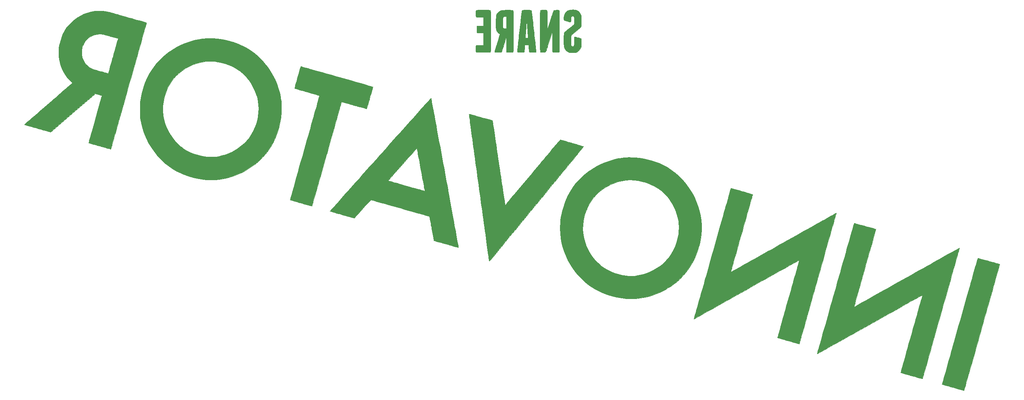
<source format=gbr>
G04 #@! TF.GenerationSoftware,KiCad,Pcbnew,(5.1.2)-2*
G04 #@! TF.CreationDate,2019-10-15T01:23:37+08:00*
G04 #@! TF.ProjectId,BrainPower,42726169-6e50-46f7-9765-722e6b696361,rev?*
G04 #@! TF.SameCoordinates,Original*
G04 #@! TF.FileFunction,Legend,Bot*
G04 #@! TF.FilePolarity,Positive*
%FSLAX46Y46*%
G04 Gerber Fmt 4.6, Leading zero omitted, Abs format (unit mm)*
G04 Created by KiCad (PCBNEW (5.1.2)-2) date 2019-10-15 01:23:37*
%MOMM*%
%LPD*%
G04 APERTURE LIST*
%ADD10C,0.010000*%
G04 APERTURE END LIST*
D10*
G36*
X123505675Y206622107D02*
G01*
X123192768Y206613662D01*
X122934139Y206596839D01*
X122862140Y206589127D01*
X122009740Y206443192D01*
X121170900Y206217128D01*
X120353129Y205915003D01*
X119563932Y205540880D01*
X118810817Y205098825D01*
X118101292Y204592903D01*
X117442862Y204027181D01*
X116843036Y203405722D01*
X116721007Y203263500D01*
X116214899Y202597389D01*
X115764251Y201873922D01*
X115373230Y201103105D01*
X115046003Y200294944D01*
X114786736Y199459443D01*
X114599596Y198606609D01*
X114507759Y197949070D01*
X114487927Y197675189D01*
X114477870Y197343809D01*
X114477017Y196976622D01*
X114484798Y196595318D01*
X114500643Y196221587D01*
X114523981Y195877120D01*
X114554241Y195583608D01*
X114573416Y195453000D01*
X114726374Y194703775D01*
X114926138Y194002837D01*
X115181320Y193322912D01*
X115395294Y192849500D01*
X115663863Y192325590D01*
X115941685Y191856123D01*
X116244312Y191419049D01*
X116587298Y190992315D01*
X116986198Y190553870D01*
X117090672Y190445792D01*
X117618955Y189904749D01*
X117494061Y189783921D01*
X117448863Y189743465D01*
X117342999Y189650631D01*
X117179884Y189508378D01*
X116962933Y189319664D01*
X116695561Y189087448D01*
X116381183Y188814689D01*
X116023213Y188504346D01*
X115625066Y188159376D01*
X115190157Y187782739D01*
X114721900Y187377394D01*
X114223712Y186946298D01*
X113699005Y186492412D01*
X113151195Y186018693D01*
X112583698Y185528100D01*
X111999926Y185023592D01*
X111992834Y185017464D01*
X111410077Y184513883D01*
X110844225Y184024859D01*
X110298641Y183553299D01*
X109776683Y183102109D01*
X109281715Y182674196D01*
X108817096Y182272467D01*
X108386186Y181899830D01*
X107992348Y181559190D01*
X107638942Y181253455D01*
X107329328Y180985532D01*
X107066868Y180758327D01*
X106854922Y180574748D01*
X106696851Y180437701D01*
X106596016Y180350093D01*
X106555778Y180314832D01*
X106555520Y180314592D01*
X106518154Y180255616D01*
X106523739Y180228150D01*
X106568426Y180211943D01*
X106687864Y180174751D01*
X106875307Y180118537D01*
X107124008Y180045264D01*
X107427222Y179956891D01*
X107778202Y179855383D01*
X108170200Y179742700D01*
X108596472Y179620805D01*
X109050270Y179491659D01*
X109294053Y179422525D01*
X109767929Y179288296D01*
X110224334Y179159010D01*
X110655669Y179036821D01*
X111054336Y178923882D01*
X111412734Y178822344D01*
X111723265Y178734362D01*
X111978330Y178662088D01*
X112170331Y178607675D01*
X112291668Y178573276D01*
X112319781Y178565300D01*
X112604394Y178484501D01*
X117773603Y182961620D01*
X122942812Y187438738D01*
X123698598Y187222399D01*
X123938799Y187152718D01*
X124150246Y187089620D01*
X124319701Y187037198D01*
X124433924Y186999548D01*
X124479559Y186980886D01*
X124471278Y186937872D01*
X124441137Y186818156D01*
X124390451Y186626468D01*
X124320529Y186367542D01*
X124232686Y186046108D01*
X124128233Y185666898D01*
X124008483Y185234645D01*
X123874748Y184754079D01*
X123728340Y184229933D01*
X123570572Y183666938D01*
X123402756Y183069826D01*
X123226204Y182443329D01*
X123042230Y181792178D01*
X122955255Y181484913D01*
X122768249Y180824154D01*
X122587913Y180186005D01*
X122415569Y179575188D01*
X122252537Y178996422D01*
X122100138Y178454428D01*
X121959692Y177953928D01*
X121832520Y177499642D01*
X121719943Y177096292D01*
X121623282Y176748597D01*
X121543857Y176461279D01*
X121482989Y176239058D01*
X121441999Y176086656D01*
X121422206Y176008793D01*
X121420590Y175999300D01*
X121462852Y175985456D01*
X121579578Y175950646D01*
X121763744Y175896887D01*
X122008326Y175826197D01*
X122306301Y175740594D01*
X122650645Y175642094D01*
X123034334Y175532715D01*
X123450344Y175414475D01*
X123891651Y175289390D01*
X123931952Y175277984D01*
X124376474Y175152107D01*
X124797364Y175032765D01*
X125187459Y174921999D01*
X125539593Y174821852D01*
X125846604Y174734365D01*
X126101327Y174661579D01*
X126296597Y174605537D01*
X126425251Y174568279D01*
X126480125Y174551849D01*
X126481060Y174551515D01*
X126539727Y174565372D01*
X126554729Y174588858D01*
X126569771Y174639039D01*
X126606728Y174766857D01*
X126664606Y174968796D01*
X126742410Y175241337D01*
X126839145Y175580964D01*
X126953817Y175984158D01*
X127085431Y176447404D01*
X127232993Y176967182D01*
X127395507Y177539976D01*
X127571981Y178162269D01*
X127761418Y178830542D01*
X127962824Y179541279D01*
X128175205Y180290962D01*
X128397567Y181076074D01*
X128628913Y181893097D01*
X128868251Y182738514D01*
X129114585Y183608808D01*
X129366921Y184500461D01*
X129624264Y185409955D01*
X129885620Y186333774D01*
X130149994Y187268400D01*
X130416391Y188210315D01*
X130683817Y189156002D01*
X130951278Y190101944D01*
X131217778Y191044623D01*
X131482323Y191980522D01*
X131743919Y192906124D01*
X132001571Y193817910D01*
X132254284Y194712364D01*
X132501064Y195585969D01*
X132740916Y196435206D01*
X132972846Y197256559D01*
X133195859Y198046509D01*
X133408960Y198801541D01*
X133611155Y199518135D01*
X133801449Y200192776D01*
X133811307Y200227741D01*
X128261472Y200227741D01*
X128187715Y199967621D01*
X128165550Y199889373D01*
X128122081Y199735832D01*
X128059052Y199513170D01*
X127978212Y199227561D01*
X127881308Y198885178D01*
X127770087Y198492196D01*
X127646297Y198054789D01*
X127511684Y197579128D01*
X127367996Y197071389D01*
X127216981Y196537745D01*
X127060384Y195984370D01*
X127038797Y195908084D01*
X126883279Y195359320D01*
X126734051Y194834316D01*
X126592742Y194338721D01*
X126460985Y193878185D01*
X126340409Y193458356D01*
X126232647Y193084885D01*
X126139329Y192763420D01*
X126062087Y192499612D01*
X126002550Y192299110D01*
X125962351Y192167563D01*
X125943121Y192110621D01*
X125941868Y192108667D01*
X125897792Y192119863D01*
X125780871Y192151844D01*
X125599688Y192202204D01*
X125362828Y192268537D01*
X125078873Y192348435D01*
X124756406Y192439491D01*
X124404011Y192539298D01*
X124221326Y192591148D01*
X123667792Y192750422D01*
X123196276Y192890534D01*
X122806361Y193011615D01*
X122497628Y193113799D01*
X122269656Y193197218D01*
X122153818Y193246424D01*
X121637809Y193533715D01*
X121175014Y193885324D01*
X120768872Y194297081D01*
X120422823Y194764813D01*
X120140306Y195284348D01*
X119924760Y195851515D01*
X119880906Y196003334D01*
X119840599Y196165383D01*
X119813124Y196316682D01*
X119796340Y196479817D01*
X119788103Y196677371D01*
X119786271Y196931929D01*
X119786516Y196998167D01*
X119789927Y197268202D01*
X119798863Y197478175D01*
X119816006Y197652640D01*
X119844042Y197816155D01*
X119885653Y197993274D01*
X119902185Y198056500D01*
X120030216Y198453851D01*
X120200827Y198858197D01*
X120399627Y199238939D01*
X120611270Y199564194D01*
X120969478Y199982611D01*
X121381785Y200350779D01*
X121837865Y200664275D01*
X122327393Y200918673D01*
X122840046Y201109550D01*
X123365498Y201232481D01*
X123893424Y201283041D01*
X124413499Y201256806D01*
X124523500Y201240674D01*
X124648717Y201215172D01*
X124844026Y201169071D01*
X125098192Y201105305D01*
X125399977Y201026810D01*
X125738144Y200936520D01*
X126101457Y200837370D01*
X126478677Y200732293D01*
X126582986Y200702852D01*
X128261472Y200227741D01*
X133811307Y200227741D01*
X133978849Y200821944D01*
X134142358Y201402124D01*
X134290983Y201929797D01*
X134423729Y202401447D01*
X134539601Y202813555D01*
X134637605Y203162605D01*
X134716746Y203445079D01*
X134776030Y203657459D01*
X134814462Y203796228D01*
X134831047Y203857869D01*
X134831667Y203860774D01*
X134832409Y203872297D01*
X134830970Y203882853D01*
X134821851Y203894112D01*
X134799554Y203907745D01*
X134758579Y203925423D01*
X134693429Y203948817D01*
X134598604Y203979597D01*
X134468606Y204019433D01*
X134297936Y204069997D01*
X134081095Y204132959D01*
X133812586Y204209990D01*
X133486909Y204302760D01*
X133098566Y204412940D01*
X132642058Y204542201D01*
X132111886Y204692214D01*
X131868334Y204761127D01*
X131377567Y204900007D01*
X130866029Y205044778D01*
X130347734Y205191473D01*
X129836695Y205336126D01*
X129346924Y205474771D01*
X128892434Y205603440D01*
X128487238Y205718166D01*
X128145350Y205814984D01*
X128058334Y205839629D01*
X127565841Y205978669D01*
X127145377Y206096246D01*
X126787734Y206194747D01*
X126483701Y206276557D01*
X126224068Y206344060D01*
X125999628Y206399641D01*
X125801169Y206445685D01*
X125619483Y206484578D01*
X125445359Y206518704D01*
X125412500Y206524822D01*
X125190342Y206556150D01*
X124903487Y206582099D01*
X124571764Y206602169D01*
X124215002Y206615860D01*
X123853029Y206622673D01*
X123505675Y206622107D01*
X123505675Y206622107D01*
G37*
X123505675Y206622107D02*
X123192768Y206613662D01*
X122934139Y206596839D01*
X122862140Y206589127D01*
X122009740Y206443192D01*
X121170900Y206217128D01*
X120353129Y205915003D01*
X119563932Y205540880D01*
X118810817Y205098825D01*
X118101292Y204592903D01*
X117442862Y204027181D01*
X116843036Y203405722D01*
X116721007Y203263500D01*
X116214899Y202597389D01*
X115764251Y201873922D01*
X115373230Y201103105D01*
X115046003Y200294944D01*
X114786736Y199459443D01*
X114599596Y198606609D01*
X114507759Y197949070D01*
X114487927Y197675189D01*
X114477870Y197343809D01*
X114477017Y196976622D01*
X114484798Y196595318D01*
X114500643Y196221587D01*
X114523981Y195877120D01*
X114554241Y195583608D01*
X114573416Y195453000D01*
X114726374Y194703775D01*
X114926138Y194002837D01*
X115181320Y193322912D01*
X115395294Y192849500D01*
X115663863Y192325590D01*
X115941685Y191856123D01*
X116244312Y191419049D01*
X116587298Y190992315D01*
X116986198Y190553870D01*
X117090672Y190445792D01*
X117618955Y189904749D01*
X117494061Y189783921D01*
X117448863Y189743465D01*
X117342999Y189650631D01*
X117179884Y189508378D01*
X116962933Y189319664D01*
X116695561Y189087448D01*
X116381183Y188814689D01*
X116023213Y188504346D01*
X115625066Y188159376D01*
X115190157Y187782739D01*
X114721900Y187377394D01*
X114223712Y186946298D01*
X113699005Y186492412D01*
X113151195Y186018693D01*
X112583698Y185528100D01*
X111999926Y185023592D01*
X111992834Y185017464D01*
X111410077Y184513883D01*
X110844225Y184024859D01*
X110298641Y183553299D01*
X109776683Y183102109D01*
X109281715Y182674196D01*
X108817096Y182272467D01*
X108386186Y181899830D01*
X107992348Y181559190D01*
X107638942Y181253455D01*
X107329328Y180985532D01*
X107066868Y180758327D01*
X106854922Y180574748D01*
X106696851Y180437701D01*
X106596016Y180350093D01*
X106555778Y180314832D01*
X106555520Y180314592D01*
X106518154Y180255616D01*
X106523739Y180228150D01*
X106568426Y180211943D01*
X106687864Y180174751D01*
X106875307Y180118537D01*
X107124008Y180045264D01*
X107427222Y179956891D01*
X107778202Y179855383D01*
X108170200Y179742700D01*
X108596472Y179620805D01*
X109050270Y179491659D01*
X109294053Y179422525D01*
X109767929Y179288296D01*
X110224334Y179159010D01*
X110655669Y179036821D01*
X111054336Y178923882D01*
X111412734Y178822344D01*
X111723265Y178734362D01*
X111978330Y178662088D01*
X112170331Y178607675D01*
X112291668Y178573276D01*
X112319781Y178565300D01*
X112604394Y178484501D01*
X117773603Y182961620D01*
X122942812Y187438738D01*
X123698598Y187222399D01*
X123938799Y187152718D01*
X124150246Y187089620D01*
X124319701Y187037198D01*
X124433924Y186999548D01*
X124479559Y186980886D01*
X124471278Y186937872D01*
X124441137Y186818156D01*
X124390451Y186626468D01*
X124320529Y186367542D01*
X124232686Y186046108D01*
X124128233Y185666898D01*
X124008483Y185234645D01*
X123874748Y184754079D01*
X123728340Y184229933D01*
X123570572Y183666938D01*
X123402756Y183069826D01*
X123226204Y182443329D01*
X123042230Y181792178D01*
X122955255Y181484913D01*
X122768249Y180824154D01*
X122587913Y180186005D01*
X122415569Y179575188D01*
X122252537Y178996422D01*
X122100138Y178454428D01*
X121959692Y177953928D01*
X121832520Y177499642D01*
X121719943Y177096292D01*
X121623282Y176748597D01*
X121543857Y176461279D01*
X121482989Y176239058D01*
X121441999Y176086656D01*
X121422206Y176008793D01*
X121420590Y175999300D01*
X121462852Y175985456D01*
X121579578Y175950646D01*
X121763744Y175896887D01*
X122008326Y175826197D01*
X122306301Y175740594D01*
X122650645Y175642094D01*
X123034334Y175532715D01*
X123450344Y175414475D01*
X123891651Y175289390D01*
X123931952Y175277984D01*
X124376474Y175152107D01*
X124797364Y175032765D01*
X125187459Y174921999D01*
X125539593Y174821852D01*
X125846604Y174734365D01*
X126101327Y174661579D01*
X126296597Y174605537D01*
X126425251Y174568279D01*
X126480125Y174551849D01*
X126481060Y174551515D01*
X126539727Y174565372D01*
X126554729Y174588858D01*
X126569771Y174639039D01*
X126606728Y174766857D01*
X126664606Y174968796D01*
X126742410Y175241337D01*
X126839145Y175580964D01*
X126953817Y175984158D01*
X127085431Y176447404D01*
X127232993Y176967182D01*
X127395507Y177539976D01*
X127571981Y178162269D01*
X127761418Y178830542D01*
X127962824Y179541279D01*
X128175205Y180290962D01*
X128397567Y181076074D01*
X128628913Y181893097D01*
X128868251Y182738514D01*
X129114585Y183608808D01*
X129366921Y184500461D01*
X129624264Y185409955D01*
X129885620Y186333774D01*
X130149994Y187268400D01*
X130416391Y188210315D01*
X130683817Y189156002D01*
X130951278Y190101944D01*
X131217778Y191044623D01*
X131482323Y191980522D01*
X131743919Y192906124D01*
X132001571Y193817910D01*
X132254284Y194712364D01*
X132501064Y195585969D01*
X132740916Y196435206D01*
X132972846Y197256559D01*
X133195859Y198046509D01*
X133408960Y198801541D01*
X133611155Y199518135D01*
X133801449Y200192776D01*
X133811307Y200227741D01*
X128261472Y200227741D01*
X128187715Y199967621D01*
X128165550Y199889373D01*
X128122081Y199735832D01*
X128059052Y199513170D01*
X127978212Y199227561D01*
X127881308Y198885178D01*
X127770087Y198492196D01*
X127646297Y198054789D01*
X127511684Y197579128D01*
X127367996Y197071389D01*
X127216981Y196537745D01*
X127060384Y195984370D01*
X127038797Y195908084D01*
X126883279Y195359320D01*
X126734051Y194834316D01*
X126592742Y194338721D01*
X126460985Y193878185D01*
X126340409Y193458356D01*
X126232647Y193084885D01*
X126139329Y192763420D01*
X126062087Y192499612D01*
X126002550Y192299110D01*
X125962351Y192167563D01*
X125943121Y192110621D01*
X125941868Y192108667D01*
X125897792Y192119863D01*
X125780871Y192151844D01*
X125599688Y192202204D01*
X125362828Y192268537D01*
X125078873Y192348435D01*
X124756406Y192439491D01*
X124404011Y192539298D01*
X124221326Y192591148D01*
X123667792Y192750422D01*
X123196276Y192890534D01*
X122806361Y193011615D01*
X122497628Y193113799D01*
X122269656Y193197218D01*
X122153818Y193246424D01*
X121637809Y193533715D01*
X121175014Y193885324D01*
X120768872Y194297081D01*
X120422823Y194764813D01*
X120140306Y195284348D01*
X119924760Y195851515D01*
X119880906Y196003334D01*
X119840599Y196165383D01*
X119813124Y196316682D01*
X119796340Y196479817D01*
X119788103Y196677371D01*
X119786271Y196931929D01*
X119786516Y196998167D01*
X119789927Y197268202D01*
X119798863Y197478175D01*
X119816006Y197652640D01*
X119844042Y197816155D01*
X119885653Y197993274D01*
X119902185Y198056500D01*
X120030216Y198453851D01*
X120200827Y198858197D01*
X120399627Y199238939D01*
X120611270Y199564194D01*
X120969478Y199982611D01*
X121381785Y200350779D01*
X121837865Y200664275D01*
X122327393Y200918673D01*
X122840046Y201109550D01*
X123365498Y201232481D01*
X123893424Y201283041D01*
X124413499Y201256806D01*
X124523500Y201240674D01*
X124648717Y201215172D01*
X124844026Y201169071D01*
X125098192Y201105305D01*
X125399977Y201026810D01*
X125738144Y200936520D01*
X126101457Y200837370D01*
X126478677Y200732293D01*
X126582986Y200702852D01*
X128261472Y200227741D01*
X133811307Y200227741D01*
X133978849Y200821944D01*
X134142358Y201402124D01*
X134290983Y201929797D01*
X134423729Y202401447D01*
X134539601Y202813555D01*
X134637605Y203162605D01*
X134716746Y203445079D01*
X134776030Y203657459D01*
X134814462Y203796228D01*
X134831047Y203857869D01*
X134831667Y203860774D01*
X134832409Y203872297D01*
X134830970Y203882853D01*
X134821851Y203894112D01*
X134799554Y203907745D01*
X134758579Y203925423D01*
X134693429Y203948817D01*
X134598604Y203979597D01*
X134468606Y204019433D01*
X134297936Y204069997D01*
X134081095Y204132959D01*
X133812586Y204209990D01*
X133486909Y204302760D01*
X133098566Y204412940D01*
X132642058Y204542201D01*
X132111886Y204692214D01*
X131868334Y204761127D01*
X131377567Y204900007D01*
X130866029Y205044778D01*
X130347734Y205191473D01*
X129836695Y205336126D01*
X129346924Y205474771D01*
X128892434Y205603440D01*
X128487238Y205718166D01*
X128145350Y205814984D01*
X128058334Y205839629D01*
X127565841Y205978669D01*
X127145377Y206096246D01*
X126787734Y206194747D01*
X126483701Y206276557D01*
X126224068Y206344060D01*
X125999628Y206399641D01*
X125801169Y206445685D01*
X125619483Y206484578D01*
X125445359Y206518704D01*
X125412500Y206524822D01*
X125190342Y206556150D01*
X124903487Y206582099D01*
X124571764Y206602169D01*
X124215002Y206615860D01*
X123853029Y206622673D01*
X123505675Y206622107D01*
G36*
X149023143Y200264024D02*
G01*
X147878034Y200179535D01*
X146939000Y200047507D01*
X145926490Y199834753D01*
X144905870Y199542499D01*
X143884989Y199174397D01*
X142871697Y198734096D01*
X141873842Y198225248D01*
X140899273Y197651502D01*
X139955839Y197016508D01*
X139213167Y196454429D01*
X138998169Y196273180D01*
X138741649Y196041018D01*
X138456299Y195770808D01*
X138154815Y195475414D01*
X137849891Y195167700D01*
X137554221Y194860529D01*
X137280501Y194566767D01*
X137041423Y194299277D01*
X136849684Y194070923D01*
X136804600Y194013667D01*
X136121465Y193060192D01*
X135509639Y192061359D01*
X134969422Y191017926D01*
X134501115Y189930647D01*
X134105019Y188800278D01*
X133781435Y187627576D01*
X133530664Y186413296D01*
X133383604Y185420000D01*
X133360941Y185173269D01*
X133343954Y184858561D01*
X133332540Y184492373D01*
X133326593Y184091197D01*
X133326010Y183671527D01*
X133330685Y183249858D01*
X133340514Y182842683D01*
X133355393Y182466495D01*
X133375217Y182137789D01*
X133399882Y181873059D01*
X133406403Y181821667D01*
X133602352Y180666941D01*
X133873471Y179545401D01*
X134221848Y178450837D01*
X134649573Y177377041D01*
X135158735Y176317801D01*
X135421309Y175832949D01*
X136047928Y174795224D01*
X136726726Y173823667D01*
X137457380Y172918591D01*
X138239561Y172080310D01*
X139072946Y171309138D01*
X139957207Y170605389D01*
X140892018Y169969377D01*
X141877055Y169401416D01*
X142345834Y169163633D01*
X143454064Y168670916D01*
X144593071Y168256131D01*
X145764488Y167918804D01*
X146969948Y167658458D01*
X148103167Y167487403D01*
X148286211Y167469980D01*
X148531834Y167453488D01*
X148823708Y167438392D01*
X149145505Y167425155D01*
X149480899Y167414243D01*
X149813559Y167406120D01*
X150127159Y167401252D01*
X150405371Y167400102D01*
X150631867Y167403135D01*
X150790318Y167410816D01*
X150791334Y167410903D01*
X151759198Y167513958D01*
X152664485Y167652691D01*
X153523277Y167831466D01*
X154351661Y168054648D01*
X155165720Y168326601D01*
X155981539Y168651689D01*
X156815204Y169034276D01*
X156866167Y169059168D01*
X157950962Y169633943D01*
X158971182Y170263365D01*
X159926529Y170947070D01*
X160816705Y171684694D01*
X161641415Y172475871D01*
X162400359Y173320237D01*
X163093240Y174217428D01*
X163719761Y175167079D01*
X164279625Y176168826D01*
X164772533Y177222304D01*
X165198189Y178327148D01*
X165556294Y179482994D01*
X165644176Y179814771D01*
X165831777Y180609944D01*
X165974968Y181360946D01*
X166077061Y182093543D01*
X166141368Y182833498D01*
X166171201Y183606577D01*
X166174008Y183913510D01*
X160864494Y183913510D01*
X160825522Y182982698D01*
X160706775Y182052347D01*
X160608036Y181546500D01*
X160355482Y180577952D01*
X160033961Y179658496D01*
X159643653Y178788364D01*
X159184736Y177967788D01*
X158657389Y177196997D01*
X158061791Y176476225D01*
X157398120Y175805702D01*
X156666556Y175185660D01*
X155867277Y174616330D01*
X155000462Y174097944D01*
X154749500Y173963948D01*
X153992879Y173605658D01*
X153205162Y173300249D01*
X152404575Y173053436D01*
X151609340Y172870931D01*
X150939500Y172769304D01*
X150715065Y172750817D01*
X150430053Y172737576D01*
X150106392Y172729640D01*
X149766006Y172727068D01*
X149430821Y172729917D01*
X149122763Y172738247D01*
X148863755Y172752115D01*
X148738167Y172763436D01*
X147755975Y172912602D01*
X146800212Y173135724D01*
X145876671Y173430587D01*
X144991142Y173794975D01*
X144149417Y174226675D01*
X143357287Y174723471D01*
X143064264Y174933484D01*
X142780061Y175160073D01*
X142462986Y175438744D01*
X142129645Y175752871D01*
X141796638Y176085827D01*
X141480570Y176420987D01*
X141198043Y176741724D01*
X140965660Y177031412D01*
X140954917Y177045774D01*
X140378466Y177886098D01*
X139879146Y178754880D01*
X139458287Y179649001D01*
X139117224Y180565342D01*
X138857287Y181500782D01*
X138697875Y182329667D01*
X138662353Y182636285D01*
X138637955Y183004904D01*
X138624669Y183413594D01*
X138622480Y183840427D01*
X138631374Y184263472D01*
X138651337Y184660800D01*
X138682355Y185010482D01*
X138699681Y185144834D01*
X138881293Y186134605D01*
X139133110Y187091852D01*
X139452908Y188010598D01*
X139838465Y188884862D01*
X140287559Y189708663D01*
X140549051Y190120489D01*
X141092176Y190857531D01*
X141701434Y191546081D01*
X142371268Y192182697D01*
X143096124Y192763932D01*
X143870444Y193286342D01*
X144688673Y193746483D01*
X145545255Y194140909D01*
X146434634Y194466176D01*
X147351253Y194718840D01*
X148238414Y194887914D01*
X148537081Y194921638D01*
X148897534Y194944832D01*
X149297555Y194957508D01*
X149714921Y194959678D01*
X150127412Y194951352D01*
X150512807Y194932540D01*
X150848885Y194903255D01*
X150978767Y194886566D01*
X152009725Y194699274D01*
X152989405Y194445103D01*
X153919110Y194123535D01*
X154800144Y193734053D01*
X155633809Y193276138D01*
X156421409Y192749273D01*
X156497608Y192692832D01*
X156754607Y192486338D01*
X157046164Y192227985D01*
X157356328Y191933867D01*
X157669148Y191620072D01*
X157968672Y191302694D01*
X158238947Y190997822D01*
X158464022Y190721550D01*
X158503559Y190669334D01*
X159063432Y189854793D01*
X159555274Y189006468D01*
X159974570Y188133472D01*
X160316805Y187244912D01*
X160504307Y186632425D01*
X160703731Y185746001D01*
X160823845Y184837153D01*
X160864494Y183913510D01*
X166174008Y183913510D01*
X166174236Y183938334D01*
X166171426Y184415374D01*
X166160153Y184832673D01*
X166138455Y185214903D01*
X166104368Y185586741D01*
X166055931Y185972860D01*
X165991181Y186397935D01*
X165966972Y186544567D01*
X165754497Y187574665D01*
X165462976Y188611030D01*
X165096606Y189644480D01*
X164659586Y190665835D01*
X164156113Y191665912D01*
X163590387Y192635530D01*
X162966605Y193565507D01*
X162437309Y194263900D01*
X161687034Y195135416D01*
X160882511Y195942060D01*
X160024537Y196683289D01*
X159113908Y197358563D01*
X158151419Y197967341D01*
X157137868Y198509081D01*
X156074049Y198983244D01*
X154960760Y199389288D01*
X154834167Y199430136D01*
X153656737Y199764724D01*
X152488068Y200015317D01*
X151327011Y200182005D01*
X150172419Y200264877D01*
X149023143Y200264024D01*
X149023143Y200264024D01*
G37*
X149023143Y200264024D02*
X147878034Y200179535D01*
X146939000Y200047507D01*
X145926490Y199834753D01*
X144905870Y199542499D01*
X143884989Y199174397D01*
X142871697Y198734096D01*
X141873842Y198225248D01*
X140899273Y197651502D01*
X139955839Y197016508D01*
X139213167Y196454429D01*
X138998169Y196273180D01*
X138741649Y196041018D01*
X138456299Y195770808D01*
X138154815Y195475414D01*
X137849891Y195167700D01*
X137554221Y194860529D01*
X137280501Y194566767D01*
X137041423Y194299277D01*
X136849684Y194070923D01*
X136804600Y194013667D01*
X136121465Y193060192D01*
X135509639Y192061359D01*
X134969422Y191017926D01*
X134501115Y189930647D01*
X134105019Y188800278D01*
X133781435Y187627576D01*
X133530664Y186413296D01*
X133383604Y185420000D01*
X133360941Y185173269D01*
X133343954Y184858561D01*
X133332540Y184492373D01*
X133326593Y184091197D01*
X133326010Y183671527D01*
X133330685Y183249858D01*
X133340514Y182842683D01*
X133355393Y182466495D01*
X133375217Y182137789D01*
X133399882Y181873059D01*
X133406403Y181821667D01*
X133602352Y180666941D01*
X133873471Y179545401D01*
X134221848Y178450837D01*
X134649573Y177377041D01*
X135158735Y176317801D01*
X135421309Y175832949D01*
X136047928Y174795224D01*
X136726726Y173823667D01*
X137457380Y172918591D01*
X138239561Y172080310D01*
X139072946Y171309138D01*
X139957207Y170605389D01*
X140892018Y169969377D01*
X141877055Y169401416D01*
X142345834Y169163633D01*
X143454064Y168670916D01*
X144593071Y168256131D01*
X145764488Y167918804D01*
X146969948Y167658458D01*
X148103167Y167487403D01*
X148286211Y167469980D01*
X148531834Y167453488D01*
X148823708Y167438392D01*
X149145505Y167425155D01*
X149480899Y167414243D01*
X149813559Y167406120D01*
X150127159Y167401252D01*
X150405371Y167400102D01*
X150631867Y167403135D01*
X150790318Y167410816D01*
X150791334Y167410903D01*
X151759198Y167513958D01*
X152664485Y167652691D01*
X153523277Y167831466D01*
X154351661Y168054648D01*
X155165720Y168326601D01*
X155981539Y168651689D01*
X156815204Y169034276D01*
X156866167Y169059168D01*
X157950962Y169633943D01*
X158971182Y170263365D01*
X159926529Y170947070D01*
X160816705Y171684694D01*
X161641415Y172475871D01*
X162400359Y173320237D01*
X163093240Y174217428D01*
X163719761Y175167079D01*
X164279625Y176168826D01*
X164772533Y177222304D01*
X165198189Y178327148D01*
X165556294Y179482994D01*
X165644176Y179814771D01*
X165831777Y180609944D01*
X165974968Y181360946D01*
X166077061Y182093543D01*
X166141368Y182833498D01*
X166171201Y183606577D01*
X166174008Y183913510D01*
X160864494Y183913510D01*
X160825522Y182982698D01*
X160706775Y182052347D01*
X160608036Y181546500D01*
X160355482Y180577952D01*
X160033961Y179658496D01*
X159643653Y178788364D01*
X159184736Y177967788D01*
X158657389Y177196997D01*
X158061791Y176476225D01*
X157398120Y175805702D01*
X156666556Y175185660D01*
X155867277Y174616330D01*
X155000462Y174097944D01*
X154749500Y173963948D01*
X153992879Y173605658D01*
X153205162Y173300249D01*
X152404575Y173053436D01*
X151609340Y172870931D01*
X150939500Y172769304D01*
X150715065Y172750817D01*
X150430053Y172737576D01*
X150106392Y172729640D01*
X149766006Y172727068D01*
X149430821Y172729917D01*
X149122763Y172738247D01*
X148863755Y172752115D01*
X148738167Y172763436D01*
X147755975Y172912602D01*
X146800212Y173135724D01*
X145876671Y173430587D01*
X144991142Y173794975D01*
X144149417Y174226675D01*
X143357287Y174723471D01*
X143064264Y174933484D01*
X142780061Y175160073D01*
X142462986Y175438744D01*
X142129645Y175752871D01*
X141796638Y176085827D01*
X141480570Y176420987D01*
X141198043Y176741724D01*
X140965660Y177031412D01*
X140954917Y177045774D01*
X140378466Y177886098D01*
X139879146Y178754880D01*
X139458287Y179649001D01*
X139117224Y180565342D01*
X138857287Y181500782D01*
X138697875Y182329667D01*
X138662353Y182636285D01*
X138637955Y183004904D01*
X138624669Y183413594D01*
X138622480Y183840427D01*
X138631374Y184263472D01*
X138651337Y184660800D01*
X138682355Y185010482D01*
X138699681Y185144834D01*
X138881293Y186134605D01*
X139133110Y187091852D01*
X139452908Y188010598D01*
X139838465Y188884862D01*
X140287559Y189708663D01*
X140549051Y190120489D01*
X141092176Y190857531D01*
X141701434Y191546081D01*
X142371268Y192182697D01*
X143096124Y192763932D01*
X143870444Y193286342D01*
X144688673Y193746483D01*
X145545255Y194140909D01*
X146434634Y194466176D01*
X147351253Y194718840D01*
X148238414Y194887914D01*
X148537081Y194921638D01*
X148897534Y194944832D01*
X149297555Y194957508D01*
X149714921Y194959678D01*
X150127412Y194951352D01*
X150512807Y194932540D01*
X150848885Y194903255D01*
X150978767Y194886566D01*
X152009725Y194699274D01*
X152989405Y194445103D01*
X153919110Y194123535D01*
X154800144Y193734053D01*
X155633809Y193276138D01*
X156421409Y192749273D01*
X156497608Y192692832D01*
X156754607Y192486338D01*
X157046164Y192227985D01*
X157356328Y191933867D01*
X157669148Y191620072D01*
X157968672Y191302694D01*
X158238947Y190997822D01*
X158464022Y190721550D01*
X158503559Y190669334D01*
X159063432Y189854793D01*
X159555274Y189006468D01*
X159974570Y188133472D01*
X160316805Y187244912D01*
X160504307Y186632425D01*
X160703731Y185746001D01*
X160823845Y184837153D01*
X160864494Y183913510D01*
X166174008Y183913510D01*
X166174236Y183938334D01*
X166171426Y184415374D01*
X166160153Y184832673D01*
X166138455Y185214903D01*
X166104368Y185586741D01*
X166055931Y185972860D01*
X165991181Y186397935D01*
X165966972Y186544567D01*
X165754497Y187574665D01*
X165462976Y188611030D01*
X165096606Y189644480D01*
X164659586Y190665835D01*
X164156113Y191665912D01*
X163590387Y192635530D01*
X162966605Y193565507D01*
X162437309Y194263900D01*
X161687034Y195135416D01*
X160882511Y195942060D01*
X160024537Y196683289D01*
X159113908Y197358563D01*
X158151419Y197967341D01*
X157137868Y198509081D01*
X156074049Y198983244D01*
X154960760Y199389288D01*
X154834167Y199430136D01*
X153656737Y199764724D01*
X152488068Y200015317D01*
X151327011Y200182005D01*
X150172419Y200264877D01*
X149023143Y200264024D01*
G36*
X170648153Y193720539D02*
G01*
X170609618Y193607904D01*
X170553389Y193430538D01*
X170481875Y193196884D01*
X170397489Y192915385D01*
X170302640Y192594485D01*
X170199740Y192242628D01*
X170091199Y191868256D01*
X169979428Y191479813D01*
X169866838Y191085743D01*
X169755840Y190694487D01*
X169648844Y190314491D01*
X169548261Y189954197D01*
X169456503Y189622049D01*
X169375979Y189326490D01*
X169309101Y189075963D01*
X169258280Y188878911D01*
X169225926Y188743779D01*
X169214450Y188679009D01*
X169214800Y188675437D01*
X169257340Y188655769D01*
X169374869Y188615255D01*
X169560837Y188555851D01*
X169808695Y188479519D01*
X170111894Y188388216D01*
X170463886Y188283903D01*
X170858121Y188168538D01*
X171288051Y188044080D01*
X171747127Y187912489D01*
X172108280Y187809823D01*
X172666771Y187651417D01*
X173149106Y187514072D01*
X173560680Y187396108D01*
X173906890Y187295840D01*
X174193134Y187211586D01*
X174424808Y187141663D01*
X174607310Y187084389D01*
X174746036Y187038080D01*
X174846383Y187001054D01*
X174913749Y186971628D01*
X174953529Y186948120D01*
X174971122Y186928846D01*
X174973070Y186916578D01*
X174960703Y186869897D01*
X174926153Y186744959D01*
X174870322Y186544967D01*
X174794116Y186273121D01*
X174698437Y185932623D01*
X174584191Y185526674D01*
X174452281Y185058477D01*
X174303611Y184531233D01*
X174139085Y183948142D01*
X173959607Y183312407D01*
X173766082Y182627229D01*
X173559413Y181895810D01*
X173340504Y181121350D01*
X173110260Y180307052D01*
X172869584Y179456117D01*
X172619381Y178571747D01*
X172360554Y177657142D01*
X172094007Y176715505D01*
X171820645Y175750037D01*
X171556151Y174816119D01*
X171277452Y173831708D01*
X171004979Y172868396D01*
X170739623Y171929368D01*
X170482276Y171017805D01*
X170233829Y170136891D01*
X169995174Y169289809D01*
X169767202Y168479742D01*
X169550805Y167709874D01*
X169346874Y166983388D01*
X169156301Y166303467D01*
X168979977Y165673295D01*
X168818794Y165096053D01*
X168673643Y164574926D01*
X168545415Y164113097D01*
X168435003Y163713749D01*
X168343298Y163380065D01*
X168271191Y163115229D01*
X168219573Y162922423D01*
X168189337Y162804830D01*
X168181249Y162765662D01*
X168225461Y162750048D01*
X168342642Y162713992D01*
X168524242Y162659928D01*
X168761712Y162590290D01*
X169046503Y162507513D01*
X169370067Y162414032D01*
X169723853Y162312281D01*
X170099313Y162204694D01*
X170487897Y162093706D01*
X170881057Y161981751D01*
X171270244Y161871264D01*
X171646907Y161764679D01*
X172002499Y161664430D01*
X172328470Y161572952D01*
X172616271Y161492680D01*
X172857353Y161426048D01*
X173043167Y161375490D01*
X173165164Y161343441D01*
X173214711Y161332334D01*
X173229278Y161372548D01*
X173265940Y161491078D01*
X173323790Y161684761D01*
X173401924Y161950429D01*
X173499435Y162284918D01*
X173615416Y162685062D01*
X173748962Y163147697D01*
X173899167Y163669655D01*
X174065125Y164247772D01*
X174245930Y164878883D01*
X174440675Y165559822D01*
X174648455Y166287423D01*
X174868363Y167058521D01*
X175099494Y167869951D01*
X175340942Y168718547D01*
X175591800Y169601144D01*
X175851163Y170514576D01*
X176118124Y171455678D01*
X176391777Y172421284D01*
X176671217Y173408229D01*
X176677119Y173429084D01*
X176956557Y174416468D01*
X177230009Y175382638D01*
X177496579Y176324426D01*
X177755368Y177238664D01*
X178005481Y178122186D01*
X178246019Y178971822D01*
X178476085Y179784406D01*
X178694783Y180556769D01*
X178901214Y181285743D01*
X179094482Y181968161D01*
X179273690Y182600856D01*
X179437940Y183180659D01*
X179586336Y183704402D01*
X179717979Y184168918D01*
X179831973Y184571038D01*
X179927420Y184907596D01*
X180003424Y185175424D01*
X180059087Y185371353D01*
X180093512Y185492215D01*
X180105802Y185534844D01*
X180105816Y185534878D01*
X180146355Y185525133D01*
X180261859Y185494060D01*
X180445848Y185443472D01*
X180691845Y185375180D01*
X180993371Y185290996D01*
X181343947Y185192733D01*
X181737095Y185082201D01*
X182166335Y184961213D01*
X182625190Y184831581D01*
X183008989Y184722941D01*
X183487421Y184587896D01*
X183941947Y184460568D01*
X184366029Y184342726D01*
X184753129Y184236143D01*
X185096709Y184142588D01*
X185390231Y184063833D01*
X185627157Y184001648D01*
X185800949Y183957805D01*
X185905070Y183934074D01*
X185933782Y183930730D01*
X185949713Y183975388D01*
X185985961Y184093065D01*
X186040108Y184275223D01*
X186109734Y184513323D01*
X186192423Y184798828D01*
X186285755Y185123199D01*
X186387312Y185477897D01*
X186494677Y185854385D01*
X186605430Y186244125D01*
X186717154Y186638578D01*
X186827430Y187029205D01*
X186933841Y187407470D01*
X187033967Y187764833D01*
X187125390Y188092757D01*
X187205693Y188382703D01*
X187272456Y188626133D01*
X187323262Y188814508D01*
X187355693Y188939291D01*
X187367330Y188991944D01*
X187367334Y188992186D01*
X187326771Y189010186D01*
X187205960Y189050507D01*
X187006221Y189112767D01*
X186728873Y189196583D01*
X186375235Y189301576D01*
X185946626Y189427362D01*
X185444365Y189573560D01*
X184869771Y189739789D01*
X184224162Y189925666D01*
X183508859Y190130811D01*
X182725180Y190354840D01*
X181874443Y190597374D01*
X180957969Y190858029D01*
X179977076Y191136425D01*
X179038250Y191402409D01*
X178220154Y191633949D01*
X177423603Y191859274D01*
X176652435Y192077302D01*
X175910489Y192286954D01*
X175201606Y192487147D01*
X174529624Y192676801D01*
X173898381Y192854835D01*
X173311719Y193020167D01*
X172773474Y193171715D01*
X172287487Y193308400D01*
X171857597Y193429140D01*
X171487642Y193532853D01*
X171181462Y193618459D01*
X170942897Y193684876D01*
X170775784Y193731024D01*
X170683964Y193755820D01*
X170666582Y193760000D01*
X170648153Y193720539D01*
X170648153Y193720539D01*
G37*
X170648153Y193720539D02*
X170609618Y193607904D01*
X170553389Y193430538D01*
X170481875Y193196884D01*
X170397489Y192915385D01*
X170302640Y192594485D01*
X170199740Y192242628D01*
X170091199Y191868256D01*
X169979428Y191479813D01*
X169866838Y191085743D01*
X169755840Y190694487D01*
X169648844Y190314491D01*
X169548261Y189954197D01*
X169456503Y189622049D01*
X169375979Y189326490D01*
X169309101Y189075963D01*
X169258280Y188878911D01*
X169225926Y188743779D01*
X169214450Y188679009D01*
X169214800Y188675437D01*
X169257340Y188655769D01*
X169374869Y188615255D01*
X169560837Y188555851D01*
X169808695Y188479519D01*
X170111894Y188388216D01*
X170463886Y188283903D01*
X170858121Y188168538D01*
X171288051Y188044080D01*
X171747127Y187912489D01*
X172108280Y187809823D01*
X172666771Y187651417D01*
X173149106Y187514072D01*
X173560680Y187396108D01*
X173906890Y187295840D01*
X174193134Y187211586D01*
X174424808Y187141663D01*
X174607310Y187084389D01*
X174746036Y187038080D01*
X174846383Y187001054D01*
X174913749Y186971628D01*
X174953529Y186948120D01*
X174971122Y186928846D01*
X174973070Y186916578D01*
X174960703Y186869897D01*
X174926153Y186744959D01*
X174870322Y186544967D01*
X174794116Y186273121D01*
X174698437Y185932623D01*
X174584191Y185526674D01*
X174452281Y185058477D01*
X174303611Y184531233D01*
X174139085Y183948142D01*
X173959607Y183312407D01*
X173766082Y182627229D01*
X173559413Y181895810D01*
X173340504Y181121350D01*
X173110260Y180307052D01*
X172869584Y179456117D01*
X172619381Y178571747D01*
X172360554Y177657142D01*
X172094007Y176715505D01*
X171820645Y175750037D01*
X171556151Y174816119D01*
X171277452Y173831708D01*
X171004979Y172868396D01*
X170739623Y171929368D01*
X170482276Y171017805D01*
X170233829Y170136891D01*
X169995174Y169289809D01*
X169767202Y168479742D01*
X169550805Y167709874D01*
X169346874Y166983388D01*
X169156301Y166303467D01*
X168979977Y165673295D01*
X168818794Y165096053D01*
X168673643Y164574926D01*
X168545415Y164113097D01*
X168435003Y163713749D01*
X168343298Y163380065D01*
X168271191Y163115229D01*
X168219573Y162922423D01*
X168189337Y162804830D01*
X168181249Y162765662D01*
X168225461Y162750048D01*
X168342642Y162713992D01*
X168524242Y162659928D01*
X168761712Y162590290D01*
X169046503Y162507513D01*
X169370067Y162414032D01*
X169723853Y162312281D01*
X170099313Y162204694D01*
X170487897Y162093706D01*
X170881057Y161981751D01*
X171270244Y161871264D01*
X171646907Y161764679D01*
X172002499Y161664430D01*
X172328470Y161572952D01*
X172616271Y161492680D01*
X172857353Y161426048D01*
X173043167Y161375490D01*
X173165164Y161343441D01*
X173214711Y161332334D01*
X173229278Y161372548D01*
X173265940Y161491078D01*
X173323790Y161684761D01*
X173401924Y161950429D01*
X173499435Y162284918D01*
X173615416Y162685062D01*
X173748962Y163147697D01*
X173899167Y163669655D01*
X174065125Y164247772D01*
X174245930Y164878883D01*
X174440675Y165559822D01*
X174648455Y166287423D01*
X174868363Y167058521D01*
X175099494Y167869951D01*
X175340942Y168718547D01*
X175591800Y169601144D01*
X175851163Y170514576D01*
X176118124Y171455678D01*
X176391777Y172421284D01*
X176671217Y173408229D01*
X176677119Y173429084D01*
X176956557Y174416468D01*
X177230009Y175382638D01*
X177496579Y176324426D01*
X177755368Y177238664D01*
X178005481Y178122186D01*
X178246019Y178971822D01*
X178476085Y179784406D01*
X178694783Y180556769D01*
X178901214Y181285743D01*
X179094482Y181968161D01*
X179273690Y182600856D01*
X179437940Y183180659D01*
X179586336Y183704402D01*
X179717979Y184168918D01*
X179831973Y184571038D01*
X179927420Y184907596D01*
X180003424Y185175424D01*
X180059087Y185371353D01*
X180093512Y185492215D01*
X180105802Y185534844D01*
X180105816Y185534878D01*
X180146355Y185525133D01*
X180261859Y185494060D01*
X180445848Y185443472D01*
X180691845Y185375180D01*
X180993371Y185290996D01*
X181343947Y185192733D01*
X181737095Y185082201D01*
X182166335Y184961213D01*
X182625190Y184831581D01*
X183008989Y184722941D01*
X183487421Y184587896D01*
X183941947Y184460568D01*
X184366029Y184342726D01*
X184753129Y184236143D01*
X185096709Y184142588D01*
X185390231Y184063833D01*
X185627157Y184001648D01*
X185800949Y183957805D01*
X185905070Y183934074D01*
X185933782Y183930730D01*
X185949713Y183975388D01*
X185985961Y184093065D01*
X186040108Y184275223D01*
X186109734Y184513323D01*
X186192423Y184798828D01*
X186285755Y185123199D01*
X186387312Y185477897D01*
X186494677Y185854385D01*
X186605430Y186244125D01*
X186717154Y186638578D01*
X186827430Y187029205D01*
X186933841Y187407470D01*
X187033967Y187764833D01*
X187125390Y188092757D01*
X187205693Y188382703D01*
X187272456Y188626133D01*
X187323262Y188814508D01*
X187355693Y188939291D01*
X187367330Y188991944D01*
X187367334Y188992186D01*
X187326771Y189010186D01*
X187205960Y189050507D01*
X187006221Y189112767D01*
X186728873Y189196583D01*
X186375235Y189301576D01*
X185946626Y189427362D01*
X185444365Y189573560D01*
X184869771Y189739789D01*
X184224162Y189925666D01*
X183508859Y190130811D01*
X182725180Y190354840D01*
X181874443Y190597374D01*
X180957969Y190858029D01*
X179977076Y191136425D01*
X179038250Y191402409D01*
X178220154Y191633949D01*
X177423603Y191859274D01*
X176652435Y192077302D01*
X175910489Y192286954D01*
X175201606Y192487147D01*
X174529624Y192676801D01*
X173898381Y192854835D01*
X173311719Y193020167D01*
X172773474Y193171715D01*
X172287487Y193308400D01*
X171857597Y193429140D01*
X171487642Y193532853D01*
X171181462Y193618459D01*
X170942897Y193684876D01*
X170775784Y193731024D01*
X170683964Y193755820D01*
X170666582Y193760000D01*
X170648153Y193720539D01*
G36*
X200841193Y186362502D02*
G01*
X200757622Y186270696D01*
X200622203Y186120778D01*
X200437198Y185915279D01*
X200204866Y185656732D01*
X199927469Y185347666D01*
X199607268Y184990613D01*
X199246525Y184588104D01*
X198847500Y184142669D01*
X198412454Y183656840D01*
X197943648Y183133147D01*
X197443344Y182574121D01*
X196913802Y181982294D01*
X196357284Y181360197D01*
X195776051Y180710359D01*
X195172363Y180035313D01*
X194548482Y179337590D01*
X193906669Y178619719D01*
X193249185Y177884232D01*
X192578291Y177133661D01*
X191896248Y176370536D01*
X191205317Y175597387D01*
X190507759Y174816747D01*
X189805835Y174031145D01*
X189101807Y173243113D01*
X188397935Y172455183D01*
X187696480Y171669883D01*
X186999704Y170889747D01*
X186309868Y170117304D01*
X185629232Y169355086D01*
X184960057Y168605624D01*
X184304606Y167871448D01*
X183665138Y167155090D01*
X183043916Y166459080D01*
X182443199Y165785949D01*
X181865249Y165138229D01*
X181312327Y164518450D01*
X180786695Y163929144D01*
X180290612Y163372841D01*
X179826341Y162852072D01*
X179396142Y162369368D01*
X179002277Y161927260D01*
X178647006Y161528279D01*
X178332591Y161174956D01*
X178061292Y160869823D01*
X177835371Y160615409D01*
X177657089Y160414246D01*
X177528706Y160268865D01*
X177452484Y160181796D01*
X177430357Y160155440D01*
X177468365Y160139307D01*
X177581382Y160102286D01*
X177762882Y160046293D01*
X178006338Y159973246D01*
X178305221Y159885064D01*
X178653004Y159783662D01*
X179043160Y159670959D01*
X179469162Y159548871D01*
X179924481Y159419317D01*
X180244837Y159328690D01*
X183069126Y158531545D01*
X183194549Y158672523D01*
X183244567Y158728523D01*
X183345858Y158841741D01*
X183493193Y159006336D01*
X183681344Y159216472D01*
X183905082Y159466310D01*
X184159178Y159750010D01*
X184438405Y160061735D01*
X184737533Y160395646D01*
X185051333Y160745905D01*
X185096644Y160796477D01*
X185457782Y161199371D01*
X185766933Y161543629D01*
X186028493Y161833780D01*
X186246857Y162074350D01*
X186426421Y162269867D01*
X186571580Y162424858D01*
X186686730Y162543851D01*
X186776265Y162631371D01*
X186844583Y162691948D01*
X186896077Y162730108D01*
X186935144Y162750378D01*
X186966179Y162757286D01*
X186993578Y162755359D01*
X186997736Y162754570D01*
X187051378Y162740531D01*
X187180542Y162705050D01*
X187380046Y162649596D01*
X187644706Y162575634D01*
X187969339Y162484631D01*
X188348761Y162378053D01*
X188777789Y162257366D01*
X189251239Y162124037D01*
X189763928Y161979533D01*
X190310672Y161825319D01*
X190886288Y161662862D01*
X191485592Y161493629D01*
X192103402Y161319086D01*
X192734533Y161140699D01*
X193373803Y160959934D01*
X194016027Y160778259D01*
X194656022Y160597139D01*
X195288605Y160418042D01*
X195908592Y160242432D01*
X196510800Y160071778D01*
X197090046Y159907544D01*
X197641146Y159751199D01*
X198158916Y159604207D01*
X198638173Y159468035D01*
X199073734Y159344150D01*
X199460415Y159234019D01*
X199793033Y159139107D01*
X200066404Y159060881D01*
X200275345Y159000807D01*
X200414672Y158960352D01*
X200479202Y158940983D01*
X200483187Y158939517D01*
X200493084Y158896911D01*
X200517165Y158777896D01*
X200554125Y158589301D01*
X200602661Y158337956D01*
X200661468Y158030691D01*
X200729241Y157674333D01*
X200804675Y157275713D01*
X200886466Y156841659D01*
X200973309Y156379001D01*
X201021007Y156124160D01*
X201110023Y155649018D01*
X201194702Y155198799D01*
X201273736Y154780338D01*
X201345820Y154400474D01*
X201409645Y154066042D01*
X201463905Y153783880D01*
X201507293Y153560823D01*
X201538502Y153403709D01*
X201556223Y153319374D01*
X201559701Y153306523D01*
X201601863Y153292827D01*
X201718779Y153258105D01*
X201903708Y153204287D01*
X202149910Y153133302D01*
X202450643Y153047082D01*
X202799167Y152947558D01*
X203188742Y152836659D01*
X203612625Y152716317D01*
X204064078Y152588461D01*
X204281547Y152526979D01*
X204746906Y152395400D01*
X205190439Y152269828D01*
X205605066Y152152279D01*
X205983706Y152044768D01*
X206319278Y151949309D01*
X206604701Y151867919D01*
X206832896Y151802611D01*
X206996780Y151755401D01*
X207089274Y151728304D01*
X207105250Y151723366D01*
X207193692Y151705221D01*
X207222745Y151732851D01*
X207222865Y151735453D01*
X207215492Y151783225D01*
X207193459Y151910681D01*
X207157375Y152114484D01*
X207107852Y152391302D01*
X207045502Y152737802D01*
X206970935Y153150648D01*
X206884762Y153626508D01*
X206787594Y154162048D01*
X206680043Y154753933D01*
X206562719Y155398831D01*
X206436233Y156093407D01*
X206301196Y156834328D01*
X206158220Y157618260D01*
X206007915Y158441868D01*
X205850893Y159301820D01*
X205687764Y160194782D01*
X205519139Y161117419D01*
X205345630Y162066399D01*
X205167847Y163038387D01*
X204986401Y164030049D01*
X204832127Y164872931D01*
X199424595Y164872931D01*
X199424306Y164815882D01*
X199367386Y164817543D01*
X199364448Y164818423D01*
X199313284Y164833116D01*
X199186201Y164869248D01*
X198988759Y164925246D01*
X198726517Y164999536D01*
X198405038Y165090545D01*
X198029879Y165196701D01*
X197606603Y165316430D01*
X197140768Y165448160D01*
X196637936Y165590316D01*
X196103666Y165741326D01*
X195543518Y165899616D01*
X195156667Y166008917D01*
X194582317Y166171285D01*
X194030162Y166327581D01*
X193505760Y166476220D01*
X193014667Y166615618D01*
X192562441Y166744191D01*
X192154639Y166860354D01*
X191796819Y166962523D01*
X191494538Y167049115D01*
X191253353Y167118545D01*
X191078821Y167169229D01*
X190976500Y167199583D01*
X190951114Y167207756D01*
X190946291Y167220801D01*
X190958839Y167251433D01*
X190991447Y167302768D01*
X191046804Y167377925D01*
X191127597Y167480020D01*
X191236514Y167612171D01*
X191376245Y167777496D01*
X191549476Y167979111D01*
X191758897Y168220134D01*
X192007195Y168503682D01*
X192297059Y168832872D01*
X192631177Y169210822D01*
X193012237Y169640650D01*
X193442927Y170125472D01*
X193925937Y170668405D01*
X194227257Y171006832D01*
X194656941Y171489325D01*
X195070725Y171953991D01*
X195465151Y172396942D01*
X195836757Y172814293D01*
X196182084Y173202156D01*
X196497671Y173556644D01*
X196780059Y173873870D01*
X197025788Y174149947D01*
X197231396Y174380989D01*
X197393425Y174563108D01*
X197508414Y174692419D01*
X197572903Y174765032D01*
X197586144Y174780041D01*
X197594265Y174740159D01*
X197616767Y174622129D01*
X197652702Y174431071D01*
X197701118Y174172103D01*
X197761066Y173850345D01*
X197831595Y173470916D01*
X197911755Y173038935D01*
X198000596Y172559521D01*
X198097168Y172037794D01*
X198200520Y171478872D01*
X198309702Y170887874D01*
X198423765Y170269921D01*
X198497647Y169869374D01*
X198614646Y169235157D01*
X198727590Y168623407D01*
X198835509Y168039365D01*
X198937429Y167488268D01*
X199032379Y166975357D01*
X199119388Y166505869D01*
X199197482Y166085044D01*
X199265691Y165718121D01*
X199323042Y165410339D01*
X199368564Y165166937D01*
X199401283Y164993154D01*
X199420229Y164894228D01*
X199424595Y164872931D01*
X204832127Y164872931D01*
X204801904Y165038052D01*
X204614967Y166059063D01*
X204426199Y167089746D01*
X204236214Y168126769D01*
X204045621Y169166797D01*
X203855031Y170206498D01*
X203665057Y171242537D01*
X203476307Y172271580D01*
X203289395Y173290294D01*
X203104929Y174295345D01*
X202923523Y175283399D01*
X202745786Y176251122D01*
X202572330Y177195181D01*
X202403765Y178112242D01*
X202240704Y178998971D01*
X202083756Y179852034D01*
X201933532Y180668098D01*
X201790645Y181443828D01*
X201655704Y182175892D01*
X201529321Y182860955D01*
X201412107Y183495684D01*
X201304672Y184076744D01*
X201207629Y184600802D01*
X201121587Y185064525D01*
X201047158Y185464578D01*
X200984953Y185797627D01*
X200935583Y186060340D01*
X200899659Y186249382D01*
X200877792Y186361419D01*
X200870654Y186393667D01*
X200841193Y186362502D01*
X200841193Y186362502D01*
G37*
X200841193Y186362502D02*
X200757622Y186270696D01*
X200622203Y186120778D01*
X200437198Y185915279D01*
X200204866Y185656732D01*
X199927469Y185347666D01*
X199607268Y184990613D01*
X199246525Y184588104D01*
X198847500Y184142669D01*
X198412454Y183656840D01*
X197943648Y183133147D01*
X197443344Y182574121D01*
X196913802Y181982294D01*
X196357284Y181360197D01*
X195776051Y180710359D01*
X195172363Y180035313D01*
X194548482Y179337590D01*
X193906669Y178619719D01*
X193249185Y177884232D01*
X192578291Y177133661D01*
X191896248Y176370536D01*
X191205317Y175597387D01*
X190507759Y174816747D01*
X189805835Y174031145D01*
X189101807Y173243113D01*
X188397935Y172455183D01*
X187696480Y171669883D01*
X186999704Y170889747D01*
X186309868Y170117304D01*
X185629232Y169355086D01*
X184960057Y168605624D01*
X184304606Y167871448D01*
X183665138Y167155090D01*
X183043916Y166459080D01*
X182443199Y165785949D01*
X181865249Y165138229D01*
X181312327Y164518450D01*
X180786695Y163929144D01*
X180290612Y163372841D01*
X179826341Y162852072D01*
X179396142Y162369368D01*
X179002277Y161927260D01*
X178647006Y161528279D01*
X178332591Y161174956D01*
X178061292Y160869823D01*
X177835371Y160615409D01*
X177657089Y160414246D01*
X177528706Y160268865D01*
X177452484Y160181796D01*
X177430357Y160155440D01*
X177468365Y160139307D01*
X177581382Y160102286D01*
X177762882Y160046293D01*
X178006338Y159973246D01*
X178305221Y159885064D01*
X178653004Y159783662D01*
X179043160Y159670959D01*
X179469162Y159548871D01*
X179924481Y159419317D01*
X180244837Y159328690D01*
X183069126Y158531545D01*
X183194549Y158672523D01*
X183244567Y158728523D01*
X183345858Y158841741D01*
X183493193Y159006336D01*
X183681344Y159216472D01*
X183905082Y159466310D01*
X184159178Y159750010D01*
X184438405Y160061735D01*
X184737533Y160395646D01*
X185051333Y160745905D01*
X185096644Y160796477D01*
X185457782Y161199371D01*
X185766933Y161543629D01*
X186028493Y161833780D01*
X186246857Y162074350D01*
X186426421Y162269867D01*
X186571580Y162424858D01*
X186686730Y162543851D01*
X186776265Y162631371D01*
X186844583Y162691948D01*
X186896077Y162730108D01*
X186935144Y162750378D01*
X186966179Y162757286D01*
X186993578Y162755359D01*
X186997736Y162754570D01*
X187051378Y162740531D01*
X187180542Y162705050D01*
X187380046Y162649596D01*
X187644706Y162575634D01*
X187969339Y162484631D01*
X188348761Y162378053D01*
X188777789Y162257366D01*
X189251239Y162124037D01*
X189763928Y161979533D01*
X190310672Y161825319D01*
X190886288Y161662862D01*
X191485592Y161493629D01*
X192103402Y161319086D01*
X192734533Y161140699D01*
X193373803Y160959934D01*
X194016027Y160778259D01*
X194656022Y160597139D01*
X195288605Y160418042D01*
X195908592Y160242432D01*
X196510800Y160071778D01*
X197090046Y159907544D01*
X197641146Y159751199D01*
X198158916Y159604207D01*
X198638173Y159468035D01*
X199073734Y159344150D01*
X199460415Y159234019D01*
X199793033Y159139107D01*
X200066404Y159060881D01*
X200275345Y159000807D01*
X200414672Y158960352D01*
X200479202Y158940983D01*
X200483187Y158939517D01*
X200493084Y158896911D01*
X200517165Y158777896D01*
X200554125Y158589301D01*
X200602661Y158337956D01*
X200661468Y158030691D01*
X200729241Y157674333D01*
X200804675Y157275713D01*
X200886466Y156841659D01*
X200973309Y156379001D01*
X201021007Y156124160D01*
X201110023Y155649018D01*
X201194702Y155198799D01*
X201273736Y154780338D01*
X201345820Y154400474D01*
X201409645Y154066042D01*
X201463905Y153783880D01*
X201507293Y153560823D01*
X201538502Y153403709D01*
X201556223Y153319374D01*
X201559701Y153306523D01*
X201601863Y153292827D01*
X201718779Y153258105D01*
X201903708Y153204287D01*
X202149910Y153133302D01*
X202450643Y153047082D01*
X202799167Y152947558D01*
X203188742Y152836659D01*
X203612625Y152716317D01*
X204064078Y152588461D01*
X204281547Y152526979D01*
X204746906Y152395400D01*
X205190439Y152269828D01*
X205605066Y152152279D01*
X205983706Y152044768D01*
X206319278Y151949309D01*
X206604701Y151867919D01*
X206832896Y151802611D01*
X206996780Y151755401D01*
X207089274Y151728304D01*
X207105250Y151723366D01*
X207193692Y151705221D01*
X207222745Y151732851D01*
X207222865Y151735453D01*
X207215492Y151783225D01*
X207193459Y151910681D01*
X207157375Y152114484D01*
X207107852Y152391302D01*
X207045502Y152737802D01*
X206970935Y153150648D01*
X206884762Y153626508D01*
X206787594Y154162048D01*
X206680043Y154753933D01*
X206562719Y155398831D01*
X206436233Y156093407D01*
X206301196Y156834328D01*
X206158220Y157618260D01*
X206007915Y158441868D01*
X205850893Y159301820D01*
X205687764Y160194782D01*
X205519139Y161117419D01*
X205345630Y162066399D01*
X205167847Y163038387D01*
X204986401Y164030049D01*
X204832127Y164872931D01*
X199424595Y164872931D01*
X199424306Y164815882D01*
X199367386Y164817543D01*
X199364448Y164818423D01*
X199313284Y164833116D01*
X199186201Y164869248D01*
X198988759Y164925246D01*
X198726517Y164999536D01*
X198405038Y165090545D01*
X198029879Y165196701D01*
X197606603Y165316430D01*
X197140768Y165448160D01*
X196637936Y165590316D01*
X196103666Y165741326D01*
X195543518Y165899616D01*
X195156667Y166008917D01*
X194582317Y166171285D01*
X194030162Y166327581D01*
X193505760Y166476220D01*
X193014667Y166615618D01*
X192562441Y166744191D01*
X192154639Y166860354D01*
X191796819Y166962523D01*
X191494538Y167049115D01*
X191253353Y167118545D01*
X191078821Y167169229D01*
X190976500Y167199583D01*
X190951114Y167207756D01*
X190946291Y167220801D01*
X190958839Y167251433D01*
X190991447Y167302768D01*
X191046804Y167377925D01*
X191127597Y167480020D01*
X191236514Y167612171D01*
X191376245Y167777496D01*
X191549476Y167979111D01*
X191758897Y168220134D01*
X192007195Y168503682D01*
X192297059Y168832872D01*
X192631177Y169210822D01*
X193012237Y169640650D01*
X193442927Y170125472D01*
X193925937Y170668405D01*
X194227257Y171006832D01*
X194656941Y171489325D01*
X195070725Y171953991D01*
X195465151Y172396942D01*
X195836757Y172814293D01*
X196182084Y173202156D01*
X196497671Y173556644D01*
X196780059Y173873870D01*
X197025788Y174149947D01*
X197231396Y174380989D01*
X197393425Y174563108D01*
X197508414Y174692419D01*
X197572903Y174765032D01*
X197586144Y174780041D01*
X197594265Y174740159D01*
X197616767Y174622129D01*
X197652702Y174431071D01*
X197701118Y174172103D01*
X197761066Y173850345D01*
X197831595Y173470916D01*
X197911755Y173038935D01*
X198000596Y172559521D01*
X198097168Y172037794D01*
X198200520Y171478872D01*
X198309702Y170887874D01*
X198423765Y170269921D01*
X198497647Y169869374D01*
X198614646Y169235157D01*
X198727590Y168623407D01*
X198835509Y168039365D01*
X198937429Y167488268D01*
X199032379Y166975357D01*
X199119388Y166505869D01*
X199197482Y166085044D01*
X199265691Y165718121D01*
X199323042Y165410339D01*
X199368564Y165166937D01*
X199401283Y164993154D01*
X199420229Y164894228D01*
X199424595Y164872931D01*
X204832127Y164872931D01*
X204801904Y165038052D01*
X204614967Y166059063D01*
X204426199Y167089746D01*
X204236214Y168126769D01*
X204045621Y169166797D01*
X203855031Y170206498D01*
X203665057Y171242537D01*
X203476307Y172271580D01*
X203289395Y173290294D01*
X203104929Y174295345D01*
X202923523Y175283399D01*
X202745786Y176251122D01*
X202572330Y177195181D01*
X202403765Y178112242D01*
X202240704Y178998971D01*
X202083756Y179852034D01*
X201933532Y180668098D01*
X201790645Y181443828D01*
X201655704Y182175892D01*
X201529321Y182860955D01*
X201412107Y183495684D01*
X201304672Y184076744D01*
X201207629Y184600802D01*
X201121587Y185064525D01*
X201047158Y185464578D01*
X200984953Y185797627D01*
X200935583Y186060340D01*
X200899659Y186249382D01*
X200877792Y186361419D01*
X200870654Y186393667D01*
X200841193Y186362502D01*
G36*
X209694937Y182653298D02*
G01*
X209710039Y182529726D01*
X209735793Y182329077D01*
X209771734Y182054750D01*
X209817394Y181710142D01*
X209872309Y181298650D01*
X209936012Y180823671D01*
X210008036Y180288603D01*
X210087917Y179696843D01*
X210175188Y179051789D01*
X210269384Y178356837D01*
X210370037Y177615384D01*
X210476682Y176830830D01*
X210588853Y176006569D01*
X210706085Y175146001D01*
X210827910Y174252522D01*
X210953864Y173329529D01*
X211083480Y172380420D01*
X211216291Y171408592D01*
X211351833Y170417442D01*
X211489639Y169410368D01*
X211629243Y168390767D01*
X211770179Y167362037D01*
X211911981Y166327574D01*
X212054183Y165290776D01*
X212196319Y164255040D01*
X212337922Y163223764D01*
X212478528Y162200344D01*
X212617670Y161188179D01*
X212754882Y160190665D01*
X212889698Y159211200D01*
X213021652Y158253182D01*
X213150278Y157320006D01*
X213275110Y156415071D01*
X213395682Y155541774D01*
X213511528Y154703513D01*
X213622182Y153903684D01*
X213727178Y153145685D01*
X213826050Y152432913D01*
X213918331Y151768766D01*
X214003557Y151156640D01*
X214081261Y150599934D01*
X214150976Y150102044D01*
X214212238Y149666368D01*
X214264579Y149296304D01*
X214307535Y148995247D01*
X214340638Y148766596D01*
X214363423Y148613748D01*
X214375424Y148540101D01*
X214377024Y148533619D01*
X214414833Y148549617D01*
X214493224Y148620036D01*
X214600075Y148733037D01*
X214702056Y148851119D01*
X214797940Y148966691D01*
X214942401Y149141435D01*
X215133164Y149372582D01*
X215367957Y149657365D01*
X215644504Y149993016D01*
X215960531Y150376768D01*
X216313766Y150805853D01*
X216701933Y151277504D01*
X217122759Y151788952D01*
X217573970Y152337431D01*
X218053292Y152920172D01*
X218558450Y153534409D01*
X219087172Y154177373D01*
X219637182Y154846297D01*
X220206207Y155538414D01*
X220791973Y156250955D01*
X221392206Y156981153D01*
X222004632Y157726241D01*
X222626977Y158483451D01*
X223256967Y159250015D01*
X223892327Y160023166D01*
X224530785Y160800137D01*
X225170066Y161578158D01*
X225807895Y162354464D01*
X226442000Y163126286D01*
X227070105Y163890858D01*
X227689938Y164645410D01*
X228299224Y165387176D01*
X228895689Y166113388D01*
X229477059Y166821278D01*
X230041060Y167508080D01*
X230585418Y168171024D01*
X231107859Y168807345D01*
X231606109Y169414273D01*
X232077895Y169989042D01*
X232520941Y170528883D01*
X232932975Y171031030D01*
X233311722Y171492715D01*
X233654908Y171911170D01*
X233960259Y172283627D01*
X234225502Y172607320D01*
X234448362Y172879479D01*
X234626565Y173097339D01*
X234757837Y173258130D01*
X234839905Y173359086D01*
X234870494Y173397439D01*
X234870530Y173397495D01*
X234915847Y173458631D01*
X235006991Y173574734D01*
X235135750Y173735591D01*
X235293911Y173930993D01*
X235473262Y174150727D01*
X235619471Y174328667D01*
X235802268Y174553414D01*
X235962633Y174756229D01*
X236093954Y174928278D01*
X236189621Y175060728D01*
X236243022Y175144746D01*
X236250221Y175171490D01*
X236172854Y175196085D01*
X236026260Y175240283D01*
X235818580Y175301748D01*
X235557955Y175378144D01*
X235252523Y175467138D01*
X234910425Y175566392D01*
X234539801Y175673571D01*
X234148792Y175786340D01*
X233745536Y175902364D01*
X233338174Y176019306D01*
X232934847Y176134832D01*
X232543694Y176246605D01*
X232172854Y176352291D01*
X231830469Y176449554D01*
X231524678Y176536058D01*
X231263622Y176609468D01*
X231055439Y176667449D01*
X230908271Y176707664D01*
X230830257Y176727779D01*
X230819735Y176729582D01*
X230780688Y176681296D01*
X230690793Y176572462D01*
X230552953Y176406542D01*
X230370071Y176187000D01*
X230145051Y175917297D01*
X229880797Y175600898D01*
X229580213Y175241264D01*
X229246201Y174841860D01*
X228881666Y174406147D01*
X228489510Y173937589D01*
X228072639Y173439649D01*
X227633955Y172915789D01*
X227176363Y172369473D01*
X226702764Y171804163D01*
X226216065Y171223322D01*
X225719167Y170630414D01*
X225214974Y170028902D01*
X224706391Y169422247D01*
X224196320Y168813914D01*
X223687666Y168207364D01*
X223183332Y167606062D01*
X222686222Y167013469D01*
X222199238Y166433050D01*
X221725286Y165868266D01*
X221267268Y165322580D01*
X220828088Y164799457D01*
X220410650Y164302358D01*
X220017857Y163834746D01*
X219652614Y163400085D01*
X219317823Y163001837D01*
X219016388Y162643465D01*
X218751213Y162328433D01*
X218525201Y162060202D01*
X218341257Y161842237D01*
X218202283Y161678000D01*
X218111183Y161570953D01*
X218070862Y161524561D01*
X218069074Y161522834D01*
X218060478Y161564106D01*
X218040106Y161685479D01*
X218008510Y161883292D01*
X217966240Y162153882D01*
X217913849Y162493586D01*
X217851888Y162898742D01*
X217780907Y163365687D01*
X217701459Y163890759D01*
X217614095Y164470295D01*
X217519366Y165100632D01*
X217417824Y165778108D01*
X217310021Y166499061D01*
X217196506Y167259828D01*
X217077833Y168056746D01*
X216954552Y168886153D01*
X216827215Y169744387D01*
X216696374Y170627784D01*
X216591131Y171339440D01*
X216457937Y172240313D01*
X216327898Y173119039D01*
X216201562Y173971947D01*
X216079478Y174795366D01*
X215962193Y175585625D01*
X215850255Y176339055D01*
X215744212Y177051983D01*
X215644611Y177720740D01*
X215552001Y178341655D01*
X215466929Y178911056D01*
X215389944Y179425274D01*
X215321592Y179880638D01*
X215262423Y180273476D01*
X215212983Y180600119D01*
X215173820Y180856895D01*
X215145483Y181040133D01*
X215128519Y181146164D01*
X215123527Y181172919D01*
X215079069Y181188957D01*
X214961601Y181225092D01*
X214779308Y181279027D01*
X214540371Y181348469D01*
X214252974Y181431122D01*
X213925300Y181524692D01*
X213565532Y181626884D01*
X213181852Y181735403D01*
X212782445Y181847954D01*
X212375492Y181962242D01*
X211969177Y182075974D01*
X211571683Y182186853D01*
X211191193Y182292585D01*
X210835890Y182390875D01*
X210513957Y182479429D01*
X210233577Y182555951D01*
X210002932Y182618148D01*
X209830207Y182663723D01*
X209723584Y182690383D01*
X209690953Y182696398D01*
X209694937Y182653298D01*
X209694937Y182653298D01*
G37*
X209694937Y182653298D02*
X209710039Y182529726D01*
X209735793Y182329077D01*
X209771734Y182054750D01*
X209817394Y181710142D01*
X209872309Y181298650D01*
X209936012Y180823671D01*
X210008036Y180288603D01*
X210087917Y179696843D01*
X210175188Y179051789D01*
X210269384Y178356837D01*
X210370037Y177615384D01*
X210476682Y176830830D01*
X210588853Y176006569D01*
X210706085Y175146001D01*
X210827910Y174252522D01*
X210953864Y173329529D01*
X211083480Y172380420D01*
X211216291Y171408592D01*
X211351833Y170417442D01*
X211489639Y169410368D01*
X211629243Y168390767D01*
X211770179Y167362037D01*
X211911981Y166327574D01*
X212054183Y165290776D01*
X212196319Y164255040D01*
X212337922Y163223764D01*
X212478528Y162200344D01*
X212617670Y161188179D01*
X212754882Y160190665D01*
X212889698Y159211200D01*
X213021652Y158253182D01*
X213150278Y157320006D01*
X213275110Y156415071D01*
X213395682Y155541774D01*
X213511528Y154703513D01*
X213622182Y153903684D01*
X213727178Y153145685D01*
X213826050Y152432913D01*
X213918331Y151768766D01*
X214003557Y151156640D01*
X214081261Y150599934D01*
X214150976Y150102044D01*
X214212238Y149666368D01*
X214264579Y149296304D01*
X214307535Y148995247D01*
X214340638Y148766596D01*
X214363423Y148613748D01*
X214375424Y148540101D01*
X214377024Y148533619D01*
X214414833Y148549617D01*
X214493224Y148620036D01*
X214600075Y148733037D01*
X214702056Y148851119D01*
X214797940Y148966691D01*
X214942401Y149141435D01*
X215133164Y149372582D01*
X215367957Y149657365D01*
X215644504Y149993016D01*
X215960531Y150376768D01*
X216313766Y150805853D01*
X216701933Y151277504D01*
X217122759Y151788952D01*
X217573970Y152337431D01*
X218053292Y152920172D01*
X218558450Y153534409D01*
X219087172Y154177373D01*
X219637182Y154846297D01*
X220206207Y155538414D01*
X220791973Y156250955D01*
X221392206Y156981153D01*
X222004632Y157726241D01*
X222626977Y158483451D01*
X223256967Y159250015D01*
X223892327Y160023166D01*
X224530785Y160800137D01*
X225170066Y161578158D01*
X225807895Y162354464D01*
X226442000Y163126286D01*
X227070105Y163890858D01*
X227689938Y164645410D01*
X228299224Y165387176D01*
X228895689Y166113388D01*
X229477059Y166821278D01*
X230041060Y167508080D01*
X230585418Y168171024D01*
X231107859Y168807345D01*
X231606109Y169414273D01*
X232077895Y169989042D01*
X232520941Y170528883D01*
X232932975Y171031030D01*
X233311722Y171492715D01*
X233654908Y171911170D01*
X233960259Y172283627D01*
X234225502Y172607320D01*
X234448362Y172879479D01*
X234626565Y173097339D01*
X234757837Y173258130D01*
X234839905Y173359086D01*
X234870494Y173397439D01*
X234870530Y173397495D01*
X234915847Y173458631D01*
X235006991Y173574734D01*
X235135750Y173735591D01*
X235293911Y173930993D01*
X235473262Y174150727D01*
X235619471Y174328667D01*
X235802268Y174553414D01*
X235962633Y174756229D01*
X236093954Y174928278D01*
X236189621Y175060728D01*
X236243022Y175144746D01*
X236250221Y175171490D01*
X236172854Y175196085D01*
X236026260Y175240283D01*
X235818580Y175301748D01*
X235557955Y175378144D01*
X235252523Y175467138D01*
X234910425Y175566392D01*
X234539801Y175673571D01*
X234148792Y175786340D01*
X233745536Y175902364D01*
X233338174Y176019306D01*
X232934847Y176134832D01*
X232543694Y176246605D01*
X232172854Y176352291D01*
X231830469Y176449554D01*
X231524678Y176536058D01*
X231263622Y176609468D01*
X231055439Y176667449D01*
X230908271Y176707664D01*
X230830257Y176727779D01*
X230819735Y176729582D01*
X230780688Y176681296D01*
X230690793Y176572462D01*
X230552953Y176406542D01*
X230370071Y176187000D01*
X230145051Y175917297D01*
X229880797Y175600898D01*
X229580213Y175241264D01*
X229246201Y174841860D01*
X228881666Y174406147D01*
X228489510Y173937589D01*
X228072639Y173439649D01*
X227633955Y172915789D01*
X227176363Y172369473D01*
X226702764Y171804163D01*
X226216065Y171223322D01*
X225719167Y170630414D01*
X225214974Y170028902D01*
X224706391Y169422247D01*
X224196320Y168813914D01*
X223687666Y168207364D01*
X223183332Y167606062D01*
X222686222Y167013469D01*
X222199238Y166433050D01*
X221725286Y165868266D01*
X221267268Y165322580D01*
X220828088Y164799457D01*
X220410650Y164302358D01*
X220017857Y163834746D01*
X219652614Y163400085D01*
X219317823Y163001837D01*
X219016388Y162643465D01*
X218751213Y162328433D01*
X218525201Y162060202D01*
X218341257Y161842237D01*
X218202283Y161678000D01*
X218111183Y161570953D01*
X218070862Y161524561D01*
X218069074Y161522834D01*
X218060478Y161564106D01*
X218040106Y161685479D01*
X218008510Y161883292D01*
X217966240Y162153882D01*
X217913849Y162493586D01*
X217851888Y162898742D01*
X217780907Y163365687D01*
X217701459Y163890759D01*
X217614095Y164470295D01*
X217519366Y165100632D01*
X217417824Y165778108D01*
X217310021Y166499061D01*
X217196506Y167259828D01*
X217077833Y168056746D01*
X216954552Y168886153D01*
X216827215Y169744387D01*
X216696374Y170627784D01*
X216591131Y171339440D01*
X216457937Y172240313D01*
X216327898Y173119039D01*
X216201562Y173971947D01*
X216079478Y174795366D01*
X215962193Y175585625D01*
X215850255Y176339055D01*
X215744212Y177051983D01*
X215644611Y177720740D01*
X215552001Y178341655D01*
X215466929Y178911056D01*
X215389944Y179425274D01*
X215321592Y179880638D01*
X215262423Y180273476D01*
X215212983Y180600119D01*
X215173820Y180856895D01*
X215145483Y181040133D01*
X215128519Y181146164D01*
X215123527Y181172919D01*
X215079069Y181188957D01*
X214961601Y181225092D01*
X214779308Y181279027D01*
X214540371Y181348469D01*
X214252974Y181431122D01*
X213925300Y181524692D01*
X213565532Y181626884D01*
X213181852Y181735403D01*
X212782445Y181847954D01*
X212375492Y181962242D01*
X211969177Y182075974D01*
X211571683Y182186853D01*
X211191193Y182292585D01*
X210835890Y182390875D01*
X210513957Y182479429D01*
X210233577Y182555951D01*
X210002932Y182618148D01*
X209830207Y182663723D01*
X209723584Y182690383D01*
X209690953Y182696398D01*
X209694937Y182653298D01*
G36*
X246270711Y172615051D02*
G01*
X245740854Y172582424D01*
X245222000Y172528089D01*
X244690131Y172450291D01*
X244390334Y172398140D01*
X243342248Y172167359D01*
X242301211Y171860670D01*
X241273694Y171482288D01*
X240266168Y171036428D01*
X239285105Y170527304D01*
X238336976Y169959130D01*
X237428253Y169336121D01*
X236565406Y168662492D01*
X235754907Y167942458D01*
X235003227Y167180232D01*
X234316837Y166380029D01*
X233702209Y165546065D01*
X233574338Y165354000D01*
X233015505Y164436379D01*
X232524048Y163496222D01*
X232095095Y162522205D01*
X231723768Y161503007D01*
X231405194Y160427302D01*
X231333538Y160149481D01*
X231157671Y159393312D01*
X231022914Y158682656D01*
X230925975Y157990936D01*
X230863562Y157291574D01*
X230832385Y156557995D01*
X230827301Y156061834D01*
X230862860Y154967843D01*
X230969810Y153907284D01*
X231150382Y152869534D01*
X231406808Y151843972D01*
X231741321Y150819978D01*
X232136748Y149831416D01*
X232633044Y148781074D01*
X233186277Y147780566D01*
X233792638Y146835806D01*
X234448317Y145952708D01*
X235149504Y145137185D01*
X235187562Y145096283D01*
X235833689Y144431535D01*
X236467246Y143836829D01*
X237101973Y143301735D01*
X237751610Y142815819D01*
X238429898Y142368651D01*
X239150576Y141949798D01*
X239733667Y141644704D01*
X240760875Y141172083D01*
X241821468Y140765884D01*
X242906573Y140427953D01*
X244007321Y140160135D01*
X245114838Y139964273D01*
X246220252Y139842214D01*
X247314693Y139795800D01*
X248389287Y139826879D01*
X248454334Y139831347D01*
X249545274Y139950608D01*
X250639052Y140152869D01*
X251731330Y140436768D01*
X252817771Y140800945D01*
X253894037Y141244038D01*
X254955790Y141764684D01*
X255413605Y142015922D01*
X255642311Y142151431D01*
X255918636Y142324401D01*
X256225255Y142523157D01*
X256544848Y142736025D01*
X256860090Y142951329D01*
X257153660Y143157394D01*
X257408233Y143342547D01*
X257596484Y143487080D01*
X258481636Y144246708D01*
X259297293Y145053523D01*
X260043987Y145908369D01*
X260722249Y146812086D01*
X261332609Y147765517D01*
X261875599Y148769503D01*
X262351749Y149824885D01*
X262761592Y150932506D01*
X263105658Y152093207D01*
X263159857Y152304691D01*
X263413019Y153475391D01*
X263582606Y154632856D01*
X263668515Y155778025D01*
X263669693Y156405166D01*
X258383536Y156405166D01*
X258381736Y155991777D01*
X258371072Y155593661D01*
X258351528Y155230457D01*
X258323085Y154921802D01*
X258305165Y154791834D01*
X258104124Y153769177D01*
X257835888Y152797986D01*
X257500581Y151878420D01*
X257098327Y151010641D01*
X256629248Y150194810D01*
X256093468Y149431089D01*
X255491112Y148719638D01*
X254822302Y148060618D01*
X254087162Y147454192D01*
X253285817Y146900519D01*
X252418389Y146399761D01*
X251544667Y145978237D01*
X250681741Y145642242D01*
X249785379Y145381161D01*
X248851539Y145193951D01*
X248158000Y145104746D01*
X247973664Y145092715D01*
X247727140Y145085732D01*
X247440748Y145083590D01*
X247136802Y145086079D01*
X246837621Y145092990D01*
X246565520Y145104114D01*
X246342818Y145119242D01*
X246313270Y145122019D01*
X245361867Y145255628D01*
X244426028Y145465359D01*
X243513381Y145748096D01*
X242631558Y146100724D01*
X241788186Y146520124D01*
X240990897Y147003182D01*
X240247319Y147546782D01*
X240117619Y147652601D01*
X239470876Y148241536D01*
X238864339Y148898230D01*
X238303604Y149613173D01*
X237794265Y150376855D01*
X237341917Y151179766D01*
X236952155Y152012397D01*
X236630574Y152865237D01*
X236382770Y153728776D01*
X236288322Y154161382D01*
X236156146Y155058434D01*
X236104914Y155973435D01*
X236134027Y156901546D01*
X236242885Y157837925D01*
X236430892Y158777732D01*
X236697447Y159716126D01*
X237041953Y160648266D01*
X237110503Y160811066D01*
X237516388Y161651144D01*
X237993869Y162447832D01*
X238540292Y163198426D01*
X239153000Y163900219D01*
X239829340Y164550504D01*
X240566654Y165146577D01*
X241362288Y165685731D01*
X242213587Y166165259D01*
X242506500Y166310064D01*
X243396318Y166691771D01*
X244293914Y166989695D01*
X245200365Y167203917D01*
X246116751Y167334517D01*
X247044148Y167381578D01*
X247983636Y167345180D01*
X248936290Y167225406D01*
X249903191Y167022336D01*
X250347533Y166902564D01*
X250850576Y166748552D01*
X251307714Y166586980D01*
X251754291Y166404178D01*
X252225647Y166186478D01*
X252327834Y166136648D01*
X253054184Y165747332D01*
X253720417Y165319842D01*
X254345025Y164840673D01*
X254946501Y164296322D01*
X255207241Y164034073D01*
X255681909Y163513843D01*
X256107515Y162983899D01*
X256496936Y162425725D01*
X256863050Y161820802D01*
X257218735Y161150614D01*
X257234636Y161118757D01*
X257627985Y160247727D01*
X257940659Y159374138D01*
X258176224Y158486967D01*
X258302456Y157818667D01*
X258335933Y157540577D01*
X258360617Y157199204D01*
X258376491Y156814188D01*
X258383536Y156405166D01*
X263669693Y156405166D01*
X263670645Y156911839D01*
X263588891Y158035239D01*
X263423152Y159149164D01*
X263173324Y160254556D01*
X262839303Y161352354D01*
X262420988Y162443500D01*
X261935221Y163495174D01*
X261358743Y164558084D01*
X260724124Y165561381D01*
X260032765Y166503778D01*
X259286066Y167383986D01*
X258485427Y168200716D01*
X257632248Y168952678D01*
X256727929Y169638584D01*
X255773871Y170257145D01*
X254771473Y170807073D01*
X253722135Y171287077D01*
X253280334Y171462733D01*
X252248103Y171825623D01*
X251240456Y172116871D01*
X250242100Y172339525D01*
X249237742Y172496629D01*
X248212090Y172591230D01*
X247459500Y172622190D01*
X246835588Y172627722D01*
X246270711Y172615051D01*
X246270711Y172615051D01*
G37*
X246270711Y172615051D02*
X245740854Y172582424D01*
X245222000Y172528089D01*
X244690131Y172450291D01*
X244390334Y172398140D01*
X243342248Y172167359D01*
X242301211Y171860670D01*
X241273694Y171482288D01*
X240266168Y171036428D01*
X239285105Y170527304D01*
X238336976Y169959130D01*
X237428253Y169336121D01*
X236565406Y168662492D01*
X235754907Y167942458D01*
X235003227Y167180232D01*
X234316837Y166380029D01*
X233702209Y165546065D01*
X233574338Y165354000D01*
X233015505Y164436379D01*
X232524048Y163496222D01*
X232095095Y162522205D01*
X231723768Y161503007D01*
X231405194Y160427302D01*
X231333538Y160149481D01*
X231157671Y159393312D01*
X231022914Y158682656D01*
X230925975Y157990936D01*
X230863562Y157291574D01*
X230832385Y156557995D01*
X230827301Y156061834D01*
X230862860Y154967843D01*
X230969810Y153907284D01*
X231150382Y152869534D01*
X231406808Y151843972D01*
X231741321Y150819978D01*
X232136748Y149831416D01*
X232633044Y148781074D01*
X233186277Y147780566D01*
X233792638Y146835806D01*
X234448317Y145952708D01*
X235149504Y145137185D01*
X235187562Y145096283D01*
X235833689Y144431535D01*
X236467246Y143836829D01*
X237101973Y143301735D01*
X237751610Y142815819D01*
X238429898Y142368651D01*
X239150576Y141949798D01*
X239733667Y141644704D01*
X240760875Y141172083D01*
X241821468Y140765884D01*
X242906573Y140427953D01*
X244007321Y140160135D01*
X245114838Y139964273D01*
X246220252Y139842214D01*
X247314693Y139795800D01*
X248389287Y139826879D01*
X248454334Y139831347D01*
X249545274Y139950608D01*
X250639052Y140152869D01*
X251731330Y140436768D01*
X252817771Y140800945D01*
X253894037Y141244038D01*
X254955790Y141764684D01*
X255413605Y142015922D01*
X255642311Y142151431D01*
X255918636Y142324401D01*
X256225255Y142523157D01*
X256544848Y142736025D01*
X256860090Y142951329D01*
X257153660Y143157394D01*
X257408233Y143342547D01*
X257596484Y143487080D01*
X258481636Y144246708D01*
X259297293Y145053523D01*
X260043987Y145908369D01*
X260722249Y146812086D01*
X261332609Y147765517D01*
X261875599Y148769503D01*
X262351749Y149824885D01*
X262761592Y150932506D01*
X263105658Y152093207D01*
X263159857Y152304691D01*
X263413019Y153475391D01*
X263582606Y154632856D01*
X263668515Y155778025D01*
X263669693Y156405166D01*
X258383536Y156405166D01*
X258381736Y155991777D01*
X258371072Y155593661D01*
X258351528Y155230457D01*
X258323085Y154921802D01*
X258305165Y154791834D01*
X258104124Y153769177D01*
X257835888Y152797986D01*
X257500581Y151878420D01*
X257098327Y151010641D01*
X256629248Y150194810D01*
X256093468Y149431089D01*
X255491112Y148719638D01*
X254822302Y148060618D01*
X254087162Y147454192D01*
X253285817Y146900519D01*
X252418389Y146399761D01*
X251544667Y145978237D01*
X250681741Y145642242D01*
X249785379Y145381161D01*
X248851539Y145193951D01*
X248158000Y145104746D01*
X247973664Y145092715D01*
X247727140Y145085732D01*
X247440748Y145083590D01*
X247136802Y145086079D01*
X246837621Y145092990D01*
X246565520Y145104114D01*
X246342818Y145119242D01*
X246313270Y145122019D01*
X245361867Y145255628D01*
X244426028Y145465359D01*
X243513381Y145748096D01*
X242631558Y146100724D01*
X241788186Y146520124D01*
X240990897Y147003182D01*
X240247319Y147546782D01*
X240117619Y147652601D01*
X239470876Y148241536D01*
X238864339Y148898230D01*
X238303604Y149613173D01*
X237794265Y150376855D01*
X237341917Y151179766D01*
X236952155Y152012397D01*
X236630574Y152865237D01*
X236382770Y153728776D01*
X236288322Y154161382D01*
X236156146Y155058434D01*
X236104914Y155973435D01*
X236134027Y156901546D01*
X236242885Y157837925D01*
X236430892Y158777732D01*
X236697447Y159716126D01*
X237041953Y160648266D01*
X237110503Y160811066D01*
X237516388Y161651144D01*
X237993869Y162447832D01*
X238540292Y163198426D01*
X239153000Y163900219D01*
X239829340Y164550504D01*
X240566654Y165146577D01*
X241362288Y165685731D01*
X242213587Y166165259D01*
X242506500Y166310064D01*
X243396318Y166691771D01*
X244293914Y166989695D01*
X245200365Y167203917D01*
X246116751Y167334517D01*
X247044148Y167381578D01*
X247983636Y167345180D01*
X248936290Y167225406D01*
X249903191Y167022336D01*
X250347533Y166902564D01*
X250850576Y166748552D01*
X251307714Y166586980D01*
X251754291Y166404178D01*
X252225647Y166186478D01*
X252327834Y166136648D01*
X253054184Y165747332D01*
X253720417Y165319842D01*
X254345025Y164840673D01*
X254946501Y164296322D01*
X255207241Y164034073D01*
X255681909Y163513843D01*
X256107515Y162983899D01*
X256496936Y162425725D01*
X256863050Y161820802D01*
X257218735Y161150614D01*
X257234636Y161118757D01*
X257627985Y160247727D01*
X257940659Y159374138D01*
X258176224Y158486967D01*
X258302456Y157818667D01*
X258335933Y157540577D01*
X258360617Y157199204D01*
X258376491Y156814188D01*
X258383536Y156405166D01*
X263669693Y156405166D01*
X263670645Y156911839D01*
X263588891Y158035239D01*
X263423152Y159149164D01*
X263173324Y160254556D01*
X262839303Y161352354D01*
X262420988Y162443500D01*
X261935221Y163495174D01*
X261358743Y164558084D01*
X260724124Y165561381D01*
X260032765Y166503778D01*
X259286066Y167383986D01*
X258485427Y168200716D01*
X257632248Y168952678D01*
X256727929Y169638584D01*
X255773871Y170257145D01*
X254771473Y170807073D01*
X253722135Y171287077D01*
X253280334Y171462733D01*
X252248103Y171825623D01*
X251240456Y172116871D01*
X250242100Y172339525D01*
X249237742Y172496629D01*
X248212090Y172591230D01*
X247459500Y172622190D01*
X246835588Y172627722D01*
X246270711Y172615051D01*
G36*
X270477552Y165462663D02*
G01*
X270464443Y165420747D01*
X270429326Y165300858D01*
X270373176Y165106443D01*
X270296969Y164840949D01*
X270201681Y164507824D01*
X270088286Y164110515D01*
X269957760Y163652470D01*
X269811078Y163137136D01*
X269649217Y162567961D01*
X269473151Y161948391D01*
X269283856Y161281876D01*
X269082307Y160571861D01*
X268869480Y159821795D01*
X268646350Y159035124D01*
X268413892Y158215297D01*
X268173082Y157365761D01*
X267924896Y156489963D01*
X267670309Y155591351D01*
X267410296Y154673372D01*
X267145833Y153739473D01*
X266877895Y152793102D01*
X266607457Y151837707D01*
X266335496Y150876735D01*
X266062986Y149913633D01*
X265790903Y148951849D01*
X265520222Y147994831D01*
X265251919Y147046025D01*
X264986969Y146108879D01*
X264726348Y145186841D01*
X264471031Y144283359D01*
X264221993Y143401878D01*
X263980211Y142545848D01*
X263746658Y141718715D01*
X263522312Y140923927D01*
X263308147Y140164932D01*
X263105138Y139445176D01*
X262914262Y138768107D01*
X262736493Y138137174D01*
X262572807Y137555822D01*
X262424179Y137027500D01*
X262291585Y136555655D01*
X262176001Y136143735D01*
X262078401Y135795186D01*
X261999762Y135513457D01*
X261941058Y135301995D01*
X261903265Y135164247D01*
X261887358Y135103661D01*
X261886911Y135100979D01*
X261924511Y135120327D01*
X262033177Y135179680D01*
X262210192Y135277513D01*
X262452838Y135412305D01*
X262758398Y135582533D01*
X263124156Y135786672D01*
X263547393Y136023201D01*
X264025393Y136290596D01*
X264555438Y136587335D01*
X265134812Y136911894D01*
X265760796Y137262750D01*
X266430675Y137638380D01*
X267141730Y138037261D01*
X267891245Y138457871D01*
X268676502Y138898686D01*
X269494784Y139358184D01*
X270343374Y139834840D01*
X271219554Y140327133D01*
X272120609Y140833539D01*
X273043819Y141352535D01*
X273986469Y141882599D01*
X274130649Y141963685D01*
X275075986Y142495295D01*
X276002277Y143016087D01*
X276906806Y143524536D01*
X277786857Y144019120D01*
X278639712Y144498315D01*
X279462656Y144960596D01*
X280252973Y145404441D01*
X281007945Y145828326D01*
X281724856Y146230726D01*
X282400991Y146610119D01*
X283033631Y146964980D01*
X283620063Y147293787D01*
X284157567Y147595015D01*
X284643429Y147867141D01*
X285074932Y148108641D01*
X285449359Y148317991D01*
X285763994Y148493668D01*
X286016121Y148634148D01*
X286203023Y148737908D01*
X286321983Y148803424D01*
X286370286Y148829171D01*
X286371271Y148829508D01*
X286361012Y148788270D01*
X286328675Y148669252D01*
X286275295Y148476125D01*
X286201906Y148212561D01*
X286109542Y147882230D01*
X285999237Y147488804D01*
X285872025Y147035954D01*
X285728941Y146527351D01*
X285571019Y145966666D01*
X285399293Y145357571D01*
X285214797Y144703736D01*
X285018565Y144008833D01*
X284811632Y143276534D01*
X284595031Y142510508D01*
X284369797Y141714428D01*
X284136964Y140891965D01*
X283897567Y140046789D01*
X283828568Y139803283D01*
X283587525Y138952132D01*
X283352878Y138122514D01*
X283125656Y137318107D01*
X282906888Y136542592D01*
X282697603Y135799647D01*
X282498829Y135092953D01*
X282311597Y134426188D01*
X282136933Y133803034D01*
X281975868Y133227169D01*
X281829430Y132702273D01*
X281698648Y132232025D01*
X281584550Y131820106D01*
X281488166Y131470195D01*
X281410524Y131185971D01*
X281352654Y130971115D01*
X281315583Y130829305D01*
X281300341Y130764222D01*
X281300128Y130760245D01*
X281342831Y130745400D01*
X281458420Y130709966D01*
X281638313Y130656405D01*
X281873928Y130587176D01*
X282156681Y130504740D01*
X282477990Y130411557D01*
X282829273Y130310088D01*
X283201946Y130202792D01*
X283587428Y130092131D01*
X283977136Y129980564D01*
X284362486Y129870551D01*
X284734897Y129764553D01*
X285085786Y129665031D01*
X285406570Y129574444D01*
X285688667Y129495253D01*
X285923493Y129429918D01*
X286102467Y129380900D01*
X286217006Y129350658D01*
X286220099Y129349881D01*
X286330365Y129322243D01*
X286547873Y130097872D01*
X286575782Y130196989D01*
X286625884Y130374458D01*
X286697299Y130627168D01*
X286789146Y130952009D01*
X286900546Y131345871D01*
X287030617Y131805642D01*
X287178480Y132328214D01*
X287343253Y132910474D01*
X287524056Y133549314D01*
X287720009Y134241623D01*
X287930231Y134984290D01*
X288153843Y135774205D01*
X288389962Y136608257D01*
X288637710Y137483337D01*
X288896205Y138396334D01*
X289164567Y139344137D01*
X289441916Y140323637D01*
X289727371Y141331722D01*
X290020052Y142365283D01*
X290319078Y143421210D01*
X290623569Y144496391D01*
X290847665Y145287665D01*
X291153119Y146366351D01*
X291452556Y147424101D01*
X291745158Y148458012D01*
X292030106Y149465183D01*
X292306582Y150442711D01*
X292573767Y151387696D01*
X292830842Y152297235D01*
X293076988Y153168426D01*
X293311388Y153998367D01*
X293533222Y154784157D01*
X293741672Y155522894D01*
X293935919Y156211676D01*
X294115145Y156847600D01*
X294278530Y157427766D01*
X294425257Y157949272D01*
X294554507Y158409215D01*
X294665460Y158804693D01*
X294757299Y159132806D01*
X294829204Y159390650D01*
X294880358Y159575325D01*
X294909941Y159683928D01*
X294917510Y159714269D01*
X294880100Y159694731D01*
X294771622Y159635193D01*
X294594792Y159537178D01*
X294352327Y159402209D01*
X294046943Y159231811D01*
X293681358Y159027506D01*
X293258287Y158790818D01*
X292780447Y158523271D01*
X292250556Y158226389D01*
X291671328Y157901694D01*
X291045482Y157550711D01*
X290375733Y157174963D01*
X289664798Y156775973D01*
X288915393Y156355265D01*
X288130236Y155914362D01*
X287312043Y155454789D01*
X286463530Y154978068D01*
X285587414Y154485724D01*
X284686412Y153979279D01*
X283763239Y153460257D01*
X282820614Y152930182D01*
X282676310Y152849024D01*
X281730964Y152317411D01*
X280804650Y151796630D01*
X279900084Y151288206D01*
X279019983Y150793662D01*
X278167065Y150314520D01*
X277344047Y149852304D01*
X276553645Y149408537D01*
X275798577Y148984742D01*
X275081560Y148582442D01*
X274405310Y148203161D01*
X273772545Y147848422D01*
X273185981Y147519747D01*
X272648336Y147218660D01*
X272162327Y146946685D01*
X271730671Y146705343D01*
X271356085Y146496159D01*
X271041285Y146320656D01*
X270788990Y146180356D01*
X270601915Y146076784D01*
X270482778Y146011461D01*
X270434296Y145985912D01*
X270433284Y145985606D01*
X270443299Y146027084D01*
X270475383Y146146335D01*
X270528502Y146339681D01*
X270601620Y146603441D01*
X270693703Y146933937D01*
X270803718Y147327487D01*
X270930628Y147780413D01*
X271073401Y148289035D01*
X271231000Y148849672D01*
X271402392Y149458647D01*
X271586542Y150112278D01*
X271782416Y150806887D01*
X271988979Y151538793D01*
X272205196Y152304317D01*
X272430032Y153099779D01*
X272662455Y153921500D01*
X272901428Y154765799D01*
X272962177Y154980337D01*
X273202802Y155830271D01*
X273437252Y156658845D01*
X273664484Y157462358D01*
X273883456Y158237111D01*
X274093128Y158979403D01*
X274292456Y159685535D01*
X274480400Y160351807D01*
X274655917Y160974519D01*
X274817966Y161549971D01*
X274965505Y162074464D01*
X275097492Y162544297D01*
X275212886Y162955771D01*
X275310644Y163305185D01*
X275389725Y163588841D01*
X275449088Y163803037D01*
X275487689Y163944074D01*
X275504489Y164008252D01*
X275505160Y164011819D01*
X275465772Y164030326D01*
X275353310Y164069134D01*
X275176258Y164125794D01*
X274943094Y164197860D01*
X274662302Y164282885D01*
X274342362Y164378420D01*
X273991754Y164482019D01*
X273618960Y164591234D01*
X273232461Y164703617D01*
X272840738Y164816722D01*
X272452272Y164928100D01*
X272075544Y165035305D01*
X271719035Y165135889D01*
X271391226Y165227404D01*
X271100599Y165307403D01*
X270855634Y165373438D01*
X270664812Y165423063D01*
X270536615Y165453830D01*
X270479523Y165463291D01*
X270477552Y165462663D01*
X270477552Y165462663D01*
G37*
X270477552Y165462663D02*
X270464443Y165420747D01*
X270429326Y165300858D01*
X270373176Y165106443D01*
X270296969Y164840949D01*
X270201681Y164507824D01*
X270088286Y164110515D01*
X269957760Y163652470D01*
X269811078Y163137136D01*
X269649217Y162567961D01*
X269473151Y161948391D01*
X269283856Y161281876D01*
X269082307Y160571861D01*
X268869480Y159821795D01*
X268646350Y159035124D01*
X268413892Y158215297D01*
X268173082Y157365761D01*
X267924896Y156489963D01*
X267670309Y155591351D01*
X267410296Y154673372D01*
X267145833Y153739473D01*
X266877895Y152793102D01*
X266607457Y151837707D01*
X266335496Y150876735D01*
X266062986Y149913633D01*
X265790903Y148951849D01*
X265520222Y147994831D01*
X265251919Y147046025D01*
X264986969Y146108879D01*
X264726348Y145186841D01*
X264471031Y144283359D01*
X264221993Y143401878D01*
X263980211Y142545848D01*
X263746658Y141718715D01*
X263522312Y140923927D01*
X263308147Y140164932D01*
X263105138Y139445176D01*
X262914262Y138768107D01*
X262736493Y138137174D01*
X262572807Y137555822D01*
X262424179Y137027500D01*
X262291585Y136555655D01*
X262176001Y136143735D01*
X262078401Y135795186D01*
X261999762Y135513457D01*
X261941058Y135301995D01*
X261903265Y135164247D01*
X261887358Y135103661D01*
X261886911Y135100979D01*
X261924511Y135120327D01*
X262033177Y135179680D01*
X262210192Y135277513D01*
X262452838Y135412305D01*
X262758398Y135582533D01*
X263124156Y135786672D01*
X263547393Y136023201D01*
X264025393Y136290596D01*
X264555438Y136587335D01*
X265134812Y136911894D01*
X265760796Y137262750D01*
X266430675Y137638380D01*
X267141730Y138037261D01*
X267891245Y138457871D01*
X268676502Y138898686D01*
X269494784Y139358184D01*
X270343374Y139834840D01*
X271219554Y140327133D01*
X272120609Y140833539D01*
X273043819Y141352535D01*
X273986469Y141882599D01*
X274130649Y141963685D01*
X275075986Y142495295D01*
X276002277Y143016087D01*
X276906806Y143524536D01*
X277786857Y144019120D01*
X278639712Y144498315D01*
X279462656Y144960596D01*
X280252973Y145404441D01*
X281007945Y145828326D01*
X281724856Y146230726D01*
X282400991Y146610119D01*
X283033631Y146964980D01*
X283620063Y147293787D01*
X284157567Y147595015D01*
X284643429Y147867141D01*
X285074932Y148108641D01*
X285449359Y148317991D01*
X285763994Y148493668D01*
X286016121Y148634148D01*
X286203023Y148737908D01*
X286321983Y148803424D01*
X286370286Y148829171D01*
X286371271Y148829508D01*
X286361012Y148788270D01*
X286328675Y148669252D01*
X286275295Y148476125D01*
X286201906Y148212561D01*
X286109542Y147882230D01*
X285999237Y147488804D01*
X285872025Y147035954D01*
X285728941Y146527351D01*
X285571019Y145966666D01*
X285399293Y145357571D01*
X285214797Y144703736D01*
X285018565Y144008833D01*
X284811632Y143276534D01*
X284595031Y142510508D01*
X284369797Y141714428D01*
X284136964Y140891965D01*
X283897567Y140046789D01*
X283828568Y139803283D01*
X283587525Y138952132D01*
X283352878Y138122514D01*
X283125656Y137318107D01*
X282906888Y136542592D01*
X282697603Y135799647D01*
X282498829Y135092953D01*
X282311597Y134426188D01*
X282136933Y133803034D01*
X281975868Y133227169D01*
X281829430Y132702273D01*
X281698648Y132232025D01*
X281584550Y131820106D01*
X281488166Y131470195D01*
X281410524Y131185971D01*
X281352654Y130971115D01*
X281315583Y130829305D01*
X281300341Y130764222D01*
X281300128Y130760245D01*
X281342831Y130745400D01*
X281458420Y130709966D01*
X281638313Y130656405D01*
X281873928Y130587176D01*
X282156681Y130504740D01*
X282477990Y130411557D01*
X282829273Y130310088D01*
X283201946Y130202792D01*
X283587428Y130092131D01*
X283977136Y129980564D01*
X284362486Y129870551D01*
X284734897Y129764553D01*
X285085786Y129665031D01*
X285406570Y129574444D01*
X285688667Y129495253D01*
X285923493Y129429918D01*
X286102467Y129380900D01*
X286217006Y129350658D01*
X286220099Y129349881D01*
X286330365Y129322243D01*
X286547873Y130097872D01*
X286575782Y130196989D01*
X286625884Y130374458D01*
X286697299Y130627168D01*
X286789146Y130952009D01*
X286900546Y131345871D01*
X287030617Y131805642D01*
X287178480Y132328214D01*
X287343253Y132910474D01*
X287524056Y133549314D01*
X287720009Y134241623D01*
X287930231Y134984290D01*
X288153843Y135774205D01*
X288389962Y136608257D01*
X288637710Y137483337D01*
X288896205Y138396334D01*
X289164567Y139344137D01*
X289441916Y140323637D01*
X289727371Y141331722D01*
X290020052Y142365283D01*
X290319078Y143421210D01*
X290623569Y144496391D01*
X290847665Y145287665D01*
X291153119Y146366351D01*
X291452556Y147424101D01*
X291745158Y148458012D01*
X292030106Y149465183D01*
X292306582Y150442711D01*
X292573767Y151387696D01*
X292830842Y152297235D01*
X293076988Y153168426D01*
X293311388Y153998367D01*
X293533222Y154784157D01*
X293741672Y155522894D01*
X293935919Y156211676D01*
X294115145Y156847600D01*
X294278530Y157427766D01*
X294425257Y157949272D01*
X294554507Y158409215D01*
X294665460Y158804693D01*
X294757299Y159132806D01*
X294829204Y159390650D01*
X294880358Y159575325D01*
X294909941Y159683928D01*
X294917510Y159714269D01*
X294880100Y159694731D01*
X294771622Y159635193D01*
X294594792Y159537178D01*
X294352327Y159402209D01*
X294046943Y159231811D01*
X293681358Y159027506D01*
X293258287Y158790818D01*
X292780447Y158523271D01*
X292250556Y158226389D01*
X291671328Y157901694D01*
X291045482Y157550711D01*
X290375733Y157174963D01*
X289664798Y156775973D01*
X288915393Y156355265D01*
X288130236Y155914362D01*
X287312043Y155454789D01*
X286463530Y154978068D01*
X285587414Y154485724D01*
X284686412Y153979279D01*
X283763239Y153460257D01*
X282820614Y152930182D01*
X282676310Y152849024D01*
X281730964Y152317411D01*
X280804650Y151796630D01*
X279900084Y151288206D01*
X279019983Y150793662D01*
X278167065Y150314520D01*
X277344047Y149852304D01*
X276553645Y149408537D01*
X275798577Y148984742D01*
X275081560Y148582442D01*
X274405310Y148203161D01*
X273772545Y147848422D01*
X273185981Y147519747D01*
X272648336Y147218660D01*
X272162327Y146946685D01*
X271730671Y146705343D01*
X271356085Y146496159D01*
X271041285Y146320656D01*
X270788990Y146180356D01*
X270601915Y146076784D01*
X270482778Y146011461D01*
X270434296Y145985912D01*
X270433284Y145985606D01*
X270443299Y146027084D01*
X270475383Y146146335D01*
X270528502Y146339681D01*
X270601620Y146603441D01*
X270693703Y146933937D01*
X270803718Y147327487D01*
X270930628Y147780413D01*
X271073401Y148289035D01*
X271231000Y148849672D01*
X271402392Y149458647D01*
X271586542Y150112278D01*
X271782416Y150806887D01*
X271988979Y151538793D01*
X272205196Y152304317D01*
X272430032Y153099779D01*
X272662455Y153921500D01*
X272901428Y154765799D01*
X272962177Y154980337D01*
X273202802Y155830271D01*
X273437252Y156658845D01*
X273664484Y157462358D01*
X273883456Y158237111D01*
X274093128Y158979403D01*
X274292456Y159685535D01*
X274480400Y160351807D01*
X274655917Y160974519D01*
X274817966Y161549971D01*
X274965505Y162074464D01*
X275097492Y162544297D01*
X275212886Y162955771D01*
X275310644Y163305185D01*
X275389725Y163588841D01*
X275449088Y163803037D01*
X275487689Y163944074D01*
X275504489Y164008252D01*
X275505160Y164011819D01*
X275465772Y164030326D01*
X275353310Y164069134D01*
X275176258Y164125794D01*
X274943094Y164197860D01*
X274662302Y164282885D01*
X274342362Y164378420D01*
X273991754Y164482019D01*
X273618960Y164591234D01*
X273232461Y164703617D01*
X272840738Y164816722D01*
X272452272Y164928100D01*
X272075544Y165035305D01*
X271719035Y165135889D01*
X271391226Y165227404D01*
X271100599Y165307403D01*
X270855634Y165373438D01*
X270664812Y165423063D01*
X270536615Y165453830D01*
X270479523Y165463291D01*
X270477552Y165462663D01*
G36*
X299077736Y157356766D02*
G01*
X299064253Y157314661D01*
X299028546Y157193926D01*
X298971424Y156997405D01*
X298893696Y156727942D01*
X298796171Y156388381D01*
X298679656Y155981565D01*
X298544963Y155510338D01*
X298392898Y154977544D01*
X298224272Y154386027D01*
X298039892Y153738631D01*
X297840569Y153038198D01*
X297627110Y152287574D01*
X297400325Y151489602D01*
X297161022Y150647125D01*
X296910011Y149762988D01*
X296648100Y148840034D01*
X296376098Y147881107D01*
X296094814Y146889051D01*
X295805057Y145866709D01*
X295507636Y144816926D01*
X295203359Y143742544D01*
X294893037Y142646409D01*
X294789990Y142282334D01*
X294477617Y141178680D01*
X294170973Y140095376D01*
X293870870Y139035289D01*
X293578120Y138001287D01*
X293293536Y136996238D01*
X293017932Y136023009D01*
X292752119Y135084469D01*
X292496912Y134183484D01*
X292253121Y133322922D01*
X292021560Y132505652D01*
X291803043Y131734540D01*
X291598380Y131012455D01*
X291408386Y130342263D01*
X291233873Y129726834D01*
X291075654Y129169033D01*
X290934541Y128671730D01*
X290811347Y128237792D01*
X290706885Y127870085D01*
X290621968Y127571479D01*
X290557409Y127344841D01*
X290514019Y127193038D01*
X290492612Y127118937D01*
X290490558Y127112164D01*
X290468805Y127030347D01*
X290486198Y127008704D01*
X290523803Y127019276D01*
X290565984Y127041950D01*
X290679213Y127104598D01*
X290860748Y127205681D01*
X291107847Y127343658D01*
X291417767Y127516992D01*
X291787765Y127724142D01*
X292215099Y127963570D01*
X292697026Y128233737D01*
X293230804Y128533102D01*
X293813690Y128860128D01*
X294442942Y129213275D01*
X295115817Y129591004D01*
X295829573Y129991775D01*
X296581466Y130414050D01*
X297368755Y130856289D01*
X298188698Y131316953D01*
X299038550Y131794503D01*
X299915570Y132287399D01*
X300817016Y132794103D01*
X301740144Y133313075D01*
X302682213Y133842777D01*
X302759670Y133886332D01*
X303702492Y134416401D01*
X304626320Y134935585D01*
X305528428Y135442361D01*
X306406089Y135935202D01*
X307256577Y136412584D01*
X308077165Y136872980D01*
X308865126Y137314866D01*
X309617733Y137736715D01*
X310332261Y138137003D01*
X311005983Y138514204D01*
X311636171Y138866792D01*
X312220100Y139193242D01*
X312755043Y139492029D01*
X313238274Y139761626D01*
X313667065Y140000510D01*
X314038690Y140207153D01*
X314350423Y140380031D01*
X314599537Y140517619D01*
X314783305Y140618390D01*
X314899001Y140680819D01*
X314943899Y140703382D01*
X314944379Y140703400D01*
X314935112Y140661167D01*
X314903753Y140541165D01*
X314851333Y140347074D01*
X314778882Y140082573D01*
X314687430Y139751341D01*
X314578008Y139357058D01*
X314451646Y138903403D01*
X314309375Y138394056D01*
X314152224Y137832695D01*
X313981224Y137223001D01*
X313797405Y136568653D01*
X313601798Y135873330D01*
X313395433Y135140711D01*
X313179340Y134374477D01*
X312954550Y133578306D01*
X312722092Y132755878D01*
X312482998Y131910872D01*
X312417674Y131680160D01*
X312176967Y130829726D01*
X311942605Y130000892D01*
X311715619Y129197338D01*
X311497042Y128422743D01*
X311287903Y127680784D01*
X311089234Y126975140D01*
X310902065Y126309491D01*
X310727427Y125687514D01*
X310566352Y125112888D01*
X310419870Y124589292D01*
X310289012Y124120405D01*
X310174810Y123709904D01*
X310078293Y123361470D01*
X310000493Y123078780D01*
X309942440Y122865513D01*
X309905167Y122725347D01*
X309889703Y122661962D01*
X309889399Y122658491D01*
X309932537Y122643671D01*
X310048631Y122608440D01*
X310229112Y122555229D01*
X310465409Y122486469D01*
X310748951Y122404592D01*
X311071169Y122312029D01*
X311423492Y122211213D01*
X311797349Y122104574D01*
X312184171Y121994544D01*
X312575387Y121883555D01*
X312962427Y121774038D01*
X313336721Y121668425D01*
X313689698Y121569147D01*
X314012788Y121478636D01*
X314297421Y121399324D01*
X314535026Y121333642D01*
X314717034Y121284022D01*
X314834873Y121252894D01*
X314879618Y121242667D01*
X314929494Y121276025D01*
X314939467Y121295584D01*
X314955395Y121348409D01*
X314993188Y121478759D01*
X315051870Y121683184D01*
X315130466Y121958228D01*
X315227998Y122300441D01*
X315343493Y122706368D01*
X315475973Y123172556D01*
X315624464Y123695554D01*
X315787989Y124271908D01*
X315965574Y124898165D01*
X316156241Y125570872D01*
X316359015Y126286577D01*
X316572921Y127041826D01*
X316796982Y127833167D01*
X317030224Y128657147D01*
X317271670Y129510313D01*
X317520344Y130389213D01*
X317775271Y131290392D01*
X318035476Y132210399D01*
X318299981Y133145780D01*
X318567812Y134093083D01*
X318837993Y135048855D01*
X319109547Y136009642D01*
X319381500Y136971993D01*
X319652876Y137932454D01*
X319922698Y138887572D01*
X320189991Y139833894D01*
X320453779Y140767968D01*
X320713087Y141686341D01*
X320966939Y142585560D01*
X321214358Y143462171D01*
X321454370Y144312723D01*
X321685999Y145133761D01*
X321908268Y145921834D01*
X322120202Y146673489D01*
X322320825Y147385272D01*
X322509162Y148053731D01*
X322684237Y148675413D01*
X322845073Y149246864D01*
X322990696Y149764633D01*
X323120129Y150225266D01*
X323232397Y150625310D01*
X323326524Y150961313D01*
X323401534Y151229822D01*
X323456452Y151427383D01*
X323490301Y151550544D01*
X323502106Y151595852D01*
X323502103Y151596007D01*
X323464738Y151577799D01*
X323356314Y151519569D01*
X323179548Y151422834D01*
X322937156Y151289116D01*
X322631855Y151119932D01*
X322266359Y150916804D01*
X321843385Y150681251D01*
X321365650Y150414791D01*
X320835869Y150118945D01*
X320256758Y149795233D01*
X319631034Y149445173D01*
X318961412Y149070286D01*
X318250608Y148672091D01*
X317501339Y148252107D01*
X316716321Y147811854D01*
X315898269Y147352853D01*
X315049900Y146876621D01*
X314173929Y146384680D01*
X313273073Y145878548D01*
X312350049Y145359745D01*
X311407571Y144829791D01*
X311263339Y144748671D01*
X310318090Y144217081D01*
X309391879Y143696327D01*
X308487425Y143187932D01*
X307607444Y142693418D01*
X306754652Y142214309D01*
X305931767Y141752128D01*
X305141505Y141308398D01*
X304386583Y140884643D01*
X303669718Y140482386D01*
X302993627Y140103149D01*
X302361026Y139748457D01*
X301774632Y139419832D01*
X301237162Y139118797D01*
X300751332Y138846877D01*
X300319861Y138605593D01*
X299945463Y138396470D01*
X299630856Y138221030D01*
X299378757Y138080797D01*
X299191883Y137977293D01*
X299072950Y137912043D01*
X299024675Y137886569D01*
X299023696Y137886273D01*
X299033855Y137927777D01*
X299066090Y138047060D01*
X299119366Y138240450D01*
X299192651Y138504274D01*
X299284911Y138834860D01*
X299395113Y139228535D01*
X299522222Y139681627D01*
X299665206Y140190462D01*
X299823031Y140751369D01*
X299994663Y141360675D01*
X300179069Y142014707D01*
X300375215Y142709792D01*
X300582067Y143442259D01*
X300798593Y144208435D01*
X301023759Y145004646D01*
X301256530Y145827221D01*
X301495874Y146672487D01*
X301564904Y146916176D01*
X301805907Y147767258D01*
X302040580Y148596728D01*
X302267891Y149400909D01*
X302486809Y150176128D01*
X302696303Y150918710D01*
X302895342Y151624980D01*
X303082895Y152291265D01*
X303257930Y152913888D01*
X303419416Y153489176D01*
X303566323Y154013454D01*
X303697617Y154483047D01*
X303812270Y154894282D01*
X303909248Y155243483D01*
X303987522Y155526976D01*
X304046059Y155741086D01*
X304083829Y155882139D01*
X304099800Y155946461D01*
X304100219Y155950226D01*
X304054443Y155967569D01*
X303936058Y156004744D01*
X303753594Y156059364D01*
X303515578Y156129040D01*
X303230538Y156211384D01*
X302907003Y156304008D01*
X302553499Y156404524D01*
X302178555Y156510543D01*
X301790699Y156619677D01*
X301398458Y156729539D01*
X301010362Y156837738D01*
X300634937Y156941889D01*
X300280712Y157039601D01*
X299956215Y157128487D01*
X299669973Y157206159D01*
X299430515Y157270229D01*
X299246368Y157318307D01*
X299126060Y157348007D01*
X299078120Y157356939D01*
X299077736Y157356766D01*
X299077736Y157356766D01*
G37*
X299077736Y157356766D02*
X299064253Y157314661D01*
X299028546Y157193926D01*
X298971424Y156997405D01*
X298893696Y156727942D01*
X298796171Y156388381D01*
X298679656Y155981565D01*
X298544963Y155510338D01*
X298392898Y154977544D01*
X298224272Y154386027D01*
X298039892Y153738631D01*
X297840569Y153038198D01*
X297627110Y152287574D01*
X297400325Y151489602D01*
X297161022Y150647125D01*
X296910011Y149762988D01*
X296648100Y148840034D01*
X296376098Y147881107D01*
X296094814Y146889051D01*
X295805057Y145866709D01*
X295507636Y144816926D01*
X295203359Y143742544D01*
X294893037Y142646409D01*
X294789990Y142282334D01*
X294477617Y141178680D01*
X294170973Y140095376D01*
X293870870Y139035289D01*
X293578120Y138001287D01*
X293293536Y136996238D01*
X293017932Y136023009D01*
X292752119Y135084469D01*
X292496912Y134183484D01*
X292253121Y133322922D01*
X292021560Y132505652D01*
X291803043Y131734540D01*
X291598380Y131012455D01*
X291408386Y130342263D01*
X291233873Y129726834D01*
X291075654Y129169033D01*
X290934541Y128671730D01*
X290811347Y128237792D01*
X290706885Y127870085D01*
X290621968Y127571479D01*
X290557409Y127344841D01*
X290514019Y127193038D01*
X290492612Y127118937D01*
X290490558Y127112164D01*
X290468805Y127030347D01*
X290486198Y127008704D01*
X290523803Y127019276D01*
X290565984Y127041950D01*
X290679213Y127104598D01*
X290860748Y127205681D01*
X291107847Y127343658D01*
X291417767Y127516992D01*
X291787765Y127724142D01*
X292215099Y127963570D01*
X292697026Y128233737D01*
X293230804Y128533102D01*
X293813690Y128860128D01*
X294442942Y129213275D01*
X295115817Y129591004D01*
X295829573Y129991775D01*
X296581466Y130414050D01*
X297368755Y130856289D01*
X298188698Y131316953D01*
X299038550Y131794503D01*
X299915570Y132287399D01*
X300817016Y132794103D01*
X301740144Y133313075D01*
X302682213Y133842777D01*
X302759670Y133886332D01*
X303702492Y134416401D01*
X304626320Y134935585D01*
X305528428Y135442361D01*
X306406089Y135935202D01*
X307256577Y136412584D01*
X308077165Y136872980D01*
X308865126Y137314866D01*
X309617733Y137736715D01*
X310332261Y138137003D01*
X311005983Y138514204D01*
X311636171Y138866792D01*
X312220100Y139193242D01*
X312755043Y139492029D01*
X313238274Y139761626D01*
X313667065Y140000510D01*
X314038690Y140207153D01*
X314350423Y140380031D01*
X314599537Y140517619D01*
X314783305Y140618390D01*
X314899001Y140680819D01*
X314943899Y140703382D01*
X314944379Y140703400D01*
X314935112Y140661167D01*
X314903753Y140541165D01*
X314851333Y140347074D01*
X314778882Y140082573D01*
X314687430Y139751341D01*
X314578008Y139357058D01*
X314451646Y138903403D01*
X314309375Y138394056D01*
X314152224Y137832695D01*
X313981224Y137223001D01*
X313797405Y136568653D01*
X313601798Y135873330D01*
X313395433Y135140711D01*
X313179340Y134374477D01*
X312954550Y133578306D01*
X312722092Y132755878D01*
X312482998Y131910872D01*
X312417674Y131680160D01*
X312176967Y130829726D01*
X311942605Y130000892D01*
X311715619Y129197338D01*
X311497042Y128422743D01*
X311287903Y127680784D01*
X311089234Y126975140D01*
X310902065Y126309491D01*
X310727427Y125687514D01*
X310566352Y125112888D01*
X310419870Y124589292D01*
X310289012Y124120405D01*
X310174810Y123709904D01*
X310078293Y123361470D01*
X310000493Y123078780D01*
X309942440Y122865513D01*
X309905167Y122725347D01*
X309889703Y122661962D01*
X309889399Y122658491D01*
X309932537Y122643671D01*
X310048631Y122608440D01*
X310229112Y122555229D01*
X310465409Y122486469D01*
X310748951Y122404592D01*
X311071169Y122312029D01*
X311423492Y122211213D01*
X311797349Y122104574D01*
X312184171Y121994544D01*
X312575387Y121883555D01*
X312962427Y121774038D01*
X313336721Y121668425D01*
X313689698Y121569147D01*
X314012788Y121478636D01*
X314297421Y121399324D01*
X314535026Y121333642D01*
X314717034Y121284022D01*
X314834873Y121252894D01*
X314879618Y121242667D01*
X314929494Y121276025D01*
X314939467Y121295584D01*
X314955395Y121348409D01*
X314993188Y121478759D01*
X315051870Y121683184D01*
X315130466Y121958228D01*
X315227998Y122300441D01*
X315343493Y122706368D01*
X315475973Y123172556D01*
X315624464Y123695554D01*
X315787989Y124271908D01*
X315965574Y124898165D01*
X316156241Y125570872D01*
X316359015Y126286577D01*
X316572921Y127041826D01*
X316796982Y127833167D01*
X317030224Y128657147D01*
X317271670Y129510313D01*
X317520344Y130389213D01*
X317775271Y131290392D01*
X318035476Y132210399D01*
X318299981Y133145780D01*
X318567812Y134093083D01*
X318837993Y135048855D01*
X319109547Y136009642D01*
X319381500Y136971993D01*
X319652876Y137932454D01*
X319922698Y138887572D01*
X320189991Y139833894D01*
X320453779Y140767968D01*
X320713087Y141686341D01*
X320966939Y142585560D01*
X321214358Y143462171D01*
X321454370Y144312723D01*
X321685999Y145133761D01*
X321908268Y145921834D01*
X322120202Y146673489D01*
X322320825Y147385272D01*
X322509162Y148053731D01*
X322684237Y148675413D01*
X322845073Y149246864D01*
X322990696Y149764633D01*
X323120129Y150225266D01*
X323232397Y150625310D01*
X323326524Y150961313D01*
X323401534Y151229822D01*
X323456452Y151427383D01*
X323490301Y151550544D01*
X323502106Y151595852D01*
X323502103Y151596007D01*
X323464738Y151577799D01*
X323356314Y151519569D01*
X323179548Y151422834D01*
X322937156Y151289116D01*
X322631855Y151119932D01*
X322266359Y150916804D01*
X321843385Y150681251D01*
X321365650Y150414791D01*
X320835869Y150118945D01*
X320256758Y149795233D01*
X319631034Y149445173D01*
X318961412Y149070286D01*
X318250608Y148672091D01*
X317501339Y148252107D01*
X316716321Y147811854D01*
X315898269Y147352853D01*
X315049900Y146876621D01*
X314173929Y146384680D01*
X313273073Y145878548D01*
X312350049Y145359745D01*
X311407571Y144829791D01*
X311263339Y144748671D01*
X310318090Y144217081D01*
X309391879Y143696327D01*
X308487425Y143187932D01*
X307607444Y142693418D01*
X306754652Y142214309D01*
X305931767Y141752128D01*
X305141505Y141308398D01*
X304386583Y140884643D01*
X303669718Y140482386D01*
X302993627Y140103149D01*
X302361026Y139748457D01*
X301774632Y139419832D01*
X301237162Y139118797D01*
X300751332Y138846877D01*
X300319861Y138605593D01*
X299945463Y138396470D01*
X299630856Y138221030D01*
X299378757Y138080797D01*
X299191883Y137977293D01*
X299072950Y137912043D01*
X299024675Y137886569D01*
X299023696Y137886273D01*
X299033855Y137927777D01*
X299066090Y138047060D01*
X299119366Y138240450D01*
X299192651Y138504274D01*
X299284911Y138834860D01*
X299395113Y139228535D01*
X299522222Y139681627D01*
X299665206Y140190462D01*
X299823031Y140751369D01*
X299994663Y141360675D01*
X300179069Y142014707D01*
X300375215Y142709792D01*
X300582067Y143442259D01*
X300798593Y144208435D01*
X301023759Y145004646D01*
X301256530Y145827221D01*
X301495874Y146672487D01*
X301564904Y146916176D01*
X301805907Y147767258D01*
X302040580Y148596728D01*
X302267891Y149400909D01*
X302486809Y150176128D01*
X302696303Y150918710D01*
X302895342Y151624980D01*
X303082895Y152291265D01*
X303257930Y152913888D01*
X303419416Y153489176D01*
X303566323Y154013454D01*
X303697617Y154483047D01*
X303812270Y154894282D01*
X303909248Y155243483D01*
X303987522Y155526976D01*
X304046059Y155741086D01*
X304083829Y155882139D01*
X304099800Y155946461D01*
X304100219Y155950226D01*
X304054443Y155967569D01*
X303936058Y156004744D01*
X303753594Y156059364D01*
X303515578Y156129040D01*
X303230538Y156211384D01*
X302907003Y156304008D01*
X302553499Y156404524D01*
X302178555Y156510543D01*
X301790699Y156619677D01*
X301398458Y156729539D01*
X301010362Y156837738D01*
X300634937Y156941889D01*
X300280712Y157039601D01*
X299956215Y157128487D01*
X299669973Y157206159D01*
X299430515Y157270229D01*
X299246368Y157318307D01*
X299126060Y157348007D01*
X299078120Y157356939D01*
X299077736Y157356766D01*
G36*
X327780563Y149229092D02*
G01*
X327766555Y149186475D01*
X327730578Y149065896D01*
X327673626Y148870870D01*
X327596694Y148604915D01*
X327500778Y148271549D01*
X327386872Y147874288D01*
X327255972Y147416649D01*
X327109072Y146902149D01*
X326947167Y146334306D01*
X326771253Y145716637D01*
X326582324Y145052658D01*
X326381375Y144345887D01*
X326169402Y143599841D01*
X325947398Y142818036D01*
X325716360Y142003991D01*
X325477282Y141161221D01*
X325231159Y140293245D01*
X324978986Y139403579D01*
X324721758Y138495740D01*
X324460471Y137573246D01*
X324196118Y136639613D01*
X323929695Y135698359D01*
X323662198Y134753000D01*
X323394620Y133807054D01*
X323127958Y132864038D01*
X322863205Y131927469D01*
X322601357Y131000863D01*
X322343409Y130087739D01*
X322090356Y129191613D01*
X321843193Y128316002D01*
X321602914Y127464423D01*
X321370516Y126640394D01*
X321146992Y125847431D01*
X320933338Y125089052D01*
X320730549Y124368773D01*
X320539619Y123690112D01*
X320361544Y123056586D01*
X320197319Y122471711D01*
X320047938Y121939006D01*
X319914397Y121461987D01*
X319797690Y121044170D01*
X319698814Y120689074D01*
X319618761Y120400215D01*
X319558528Y120181111D01*
X319519110Y120035278D01*
X319501501Y119966234D01*
X319500640Y119960916D01*
X319542848Y119942038D01*
X319659593Y119902439D01*
X319843874Y119844212D01*
X320088692Y119769446D01*
X320387046Y119680233D01*
X320731936Y119578665D01*
X321116364Y119466830D01*
X321533328Y119346821D01*
X321975829Y119220728D01*
X322031778Y119204873D01*
X322550058Y119058073D01*
X322992792Y118932678D01*
X323365908Y118827051D01*
X323675331Y118739557D01*
X323926988Y118668560D01*
X324126804Y118612423D01*
X324280708Y118569513D01*
X324394624Y118538192D01*
X324474479Y118516826D01*
X324526199Y118503778D01*
X324555712Y118497412D01*
X324568942Y118496094D01*
X324571817Y118498188D01*
X324570263Y118502057D01*
X324569667Y118504411D01*
X324581069Y118545667D01*
X324614730Y118665504D01*
X324669835Y118861045D01*
X324745571Y119129408D01*
X324841123Y119467716D01*
X324955675Y119873087D01*
X325088413Y120342643D01*
X325238523Y120873504D01*
X325405189Y121462790D01*
X325587597Y122107623D01*
X325784931Y122805122D01*
X325996379Y123552408D01*
X326221124Y124346601D01*
X326458351Y125184822D01*
X326707247Y126064192D01*
X326966997Y126981830D01*
X327236785Y127934857D01*
X327515797Y128920395D01*
X327803219Y129935562D01*
X328098235Y130977480D01*
X328400031Y132043270D01*
X328707791Y133130050D01*
X328716463Y133160671D01*
X329024337Y134247945D01*
X329326212Y135314295D01*
X329621276Y136356842D01*
X329908716Y137372708D01*
X330187719Y138359013D01*
X330457474Y139312880D01*
X330717166Y140231429D01*
X330965985Y141111782D01*
X331203117Y141951060D01*
X331427749Y142746385D01*
X331639070Y143494877D01*
X331836267Y144193660D01*
X332018526Y144839852D01*
X332185037Y145430577D01*
X332334985Y145962956D01*
X332467559Y146434109D01*
X332581946Y146841159D01*
X332677334Y147181226D01*
X332752910Y147451432D01*
X332807861Y147648898D01*
X332841374Y147770746D01*
X332852638Y147814097D01*
X332852625Y147814154D01*
X332807669Y147830638D01*
X332689993Y147866974D01*
X332508081Y147920797D01*
X332270412Y147989740D01*
X331985470Y148071437D01*
X331661737Y148163522D01*
X331307693Y148263628D01*
X330931822Y148369389D01*
X330542604Y148478440D01*
X330148523Y148588414D01*
X329758059Y148696944D01*
X329379695Y148801666D01*
X329021912Y148900211D01*
X328693193Y148990216D01*
X328402019Y149069312D01*
X328156872Y149135135D01*
X327966234Y149185317D01*
X327838587Y149217494D01*
X327782413Y149229297D01*
X327780563Y149229092D01*
X327780563Y149229092D01*
G37*
X327780563Y149229092D02*
X327766555Y149186475D01*
X327730578Y149065896D01*
X327673626Y148870870D01*
X327596694Y148604915D01*
X327500778Y148271549D01*
X327386872Y147874288D01*
X327255972Y147416649D01*
X327109072Y146902149D01*
X326947167Y146334306D01*
X326771253Y145716637D01*
X326582324Y145052658D01*
X326381375Y144345887D01*
X326169402Y143599841D01*
X325947398Y142818036D01*
X325716360Y142003991D01*
X325477282Y141161221D01*
X325231159Y140293245D01*
X324978986Y139403579D01*
X324721758Y138495740D01*
X324460471Y137573246D01*
X324196118Y136639613D01*
X323929695Y135698359D01*
X323662198Y134753000D01*
X323394620Y133807054D01*
X323127958Y132864038D01*
X322863205Y131927469D01*
X322601357Y131000863D01*
X322343409Y130087739D01*
X322090356Y129191613D01*
X321843193Y128316002D01*
X321602914Y127464423D01*
X321370516Y126640394D01*
X321146992Y125847431D01*
X320933338Y125089052D01*
X320730549Y124368773D01*
X320539619Y123690112D01*
X320361544Y123056586D01*
X320197319Y122471711D01*
X320047938Y121939006D01*
X319914397Y121461987D01*
X319797690Y121044170D01*
X319698814Y120689074D01*
X319618761Y120400215D01*
X319558528Y120181111D01*
X319519110Y120035278D01*
X319501501Y119966234D01*
X319500640Y119960916D01*
X319542848Y119942038D01*
X319659593Y119902439D01*
X319843874Y119844212D01*
X320088692Y119769446D01*
X320387046Y119680233D01*
X320731936Y119578665D01*
X321116364Y119466830D01*
X321533328Y119346821D01*
X321975829Y119220728D01*
X322031778Y119204873D01*
X322550058Y119058073D01*
X322992792Y118932678D01*
X323365908Y118827051D01*
X323675331Y118739557D01*
X323926988Y118668560D01*
X324126804Y118612423D01*
X324280708Y118569513D01*
X324394624Y118538192D01*
X324474479Y118516826D01*
X324526199Y118503778D01*
X324555712Y118497412D01*
X324568942Y118496094D01*
X324571817Y118498188D01*
X324570263Y118502057D01*
X324569667Y118504411D01*
X324581069Y118545667D01*
X324614730Y118665504D01*
X324669835Y118861045D01*
X324745571Y119129408D01*
X324841123Y119467716D01*
X324955675Y119873087D01*
X325088413Y120342643D01*
X325238523Y120873504D01*
X325405189Y121462790D01*
X325587597Y122107623D01*
X325784931Y122805122D01*
X325996379Y123552408D01*
X326221124Y124346601D01*
X326458351Y125184822D01*
X326707247Y126064192D01*
X326966997Y126981830D01*
X327236785Y127934857D01*
X327515797Y128920395D01*
X327803219Y129935562D01*
X328098235Y130977480D01*
X328400031Y132043270D01*
X328707791Y133130050D01*
X328716463Y133160671D01*
X329024337Y134247945D01*
X329326212Y135314295D01*
X329621276Y136356842D01*
X329908716Y137372708D01*
X330187719Y138359013D01*
X330457474Y139312880D01*
X330717166Y140231429D01*
X330965985Y141111782D01*
X331203117Y141951060D01*
X331427749Y142746385D01*
X331639070Y143494877D01*
X331836267Y144193660D01*
X332018526Y144839852D01*
X332185037Y145430577D01*
X332334985Y145962956D01*
X332467559Y146434109D01*
X332581946Y146841159D01*
X332677334Y147181226D01*
X332752910Y147451432D01*
X332807861Y147648898D01*
X332841374Y147770746D01*
X332852638Y147814097D01*
X332852625Y147814154D01*
X332807669Y147830638D01*
X332689993Y147866974D01*
X332508081Y147920797D01*
X332270412Y147989740D01*
X331985470Y148071437D01*
X331661737Y148163522D01*
X331307693Y148263628D01*
X330931822Y148369389D01*
X330542604Y148478440D01*
X330148523Y148588414D01*
X329758059Y148696944D01*
X329379695Y148801666D01*
X329021912Y148900211D01*
X328693193Y148990216D01*
X328402019Y149069312D01*
X328156872Y149135135D01*
X327966234Y149185317D01*
X327838587Y149217494D01*
X327782413Y149229297D01*
X327780563Y149229092D01*
G36*
X212586592Y206840308D02*
G01*
X212249586Y206839015D01*
X211981054Y206836460D01*
X211772901Y206832317D01*
X211617031Y206826258D01*
X211505350Y206817957D01*
X211429761Y206807088D01*
X211382171Y206793323D01*
X211354482Y206776336D01*
X211352191Y206774143D01*
X211326949Y206735781D01*
X211308793Y206670722D01*
X211296660Y206566584D01*
X211289487Y206410989D01*
X211286211Y206191557D01*
X211285667Y205999443D01*
X211288170Y205699015D01*
X211295913Y205477859D01*
X211309247Y205330723D01*
X211328525Y205252352D01*
X211336467Y205240467D01*
X211387260Y205220975D01*
X211499396Y205206492D01*
X211678839Y205196677D01*
X211931554Y205191188D01*
X212225467Y205189667D01*
X213063667Y205189667D01*
X213063667Y203157667D01*
X212331300Y203157667D01*
X212026551Y203155303D01*
X211800890Y203147974D01*
X211648865Y203135327D01*
X211565024Y203117008D01*
X211548134Y203106867D01*
X211526669Y203050320D01*
X211511323Y202926491D01*
X211501743Y202730177D01*
X211497579Y202456177D01*
X211497333Y202353334D01*
X211499870Y202053878D01*
X211507712Y201833741D01*
X211521211Y201687722D01*
X211540717Y201610618D01*
X211548134Y201599800D01*
X211603194Y201578825D01*
X211723994Y201563681D01*
X211915988Y201554013D01*
X212184626Y201549468D01*
X212331300Y201549000D01*
X213063667Y201549000D01*
X213063667Y198670333D01*
X212225467Y198670333D01*
X211901955Y198668436D01*
X211657065Y198662518D01*
X211484833Y198652238D01*
X211379293Y198637254D01*
X211336467Y198619533D01*
X211315096Y198563272D01*
X211299787Y198440024D01*
X211290189Y198244536D01*
X211285950Y197971556D01*
X211285667Y197860557D01*
X211286899Y197590614D01*
X211291305Y197392931D01*
X211299948Y197255129D01*
X211313890Y197164827D01*
X211334195Y197109647D01*
X211352191Y197085857D01*
X211378095Y197068475D01*
X211422964Y197054354D01*
X211494892Y197043165D01*
X211601974Y197034584D01*
X211752306Y197028282D01*
X211953984Y197023933D01*
X212215101Y197021211D01*
X212543754Y197019788D01*
X212948038Y197019338D01*
X213000167Y197019333D01*
X213413742Y197019692D01*
X213750748Y197020985D01*
X214019280Y197023540D01*
X214227433Y197027684D01*
X214383303Y197033742D01*
X214494984Y197042043D01*
X214570572Y197052912D01*
X214618163Y197066677D01*
X214645851Y197083665D01*
X214648143Y197085857D01*
X214658491Y197102439D01*
X214667720Y197133375D01*
X214675894Y197183235D01*
X214683075Y197256589D01*
X214689326Y197358006D01*
X214694710Y197492056D01*
X214699289Y197663309D01*
X214703127Y197876333D01*
X214706285Y198135700D01*
X214708828Y198445977D01*
X214710817Y198811736D01*
X214712315Y199237545D01*
X214713385Y199727975D01*
X214714090Y200287594D01*
X214714492Y200920973D01*
X214714655Y201632681D01*
X214714667Y201930000D01*
X214714580Y202673236D01*
X214714278Y203336376D01*
X214713697Y203923988D01*
X214712776Y204440642D01*
X214711451Y204890909D01*
X214709659Y205279356D01*
X214707339Y205610556D01*
X214704426Y205889076D01*
X214700858Y206119486D01*
X214696573Y206306356D01*
X214691508Y206454257D01*
X214685600Y206567756D01*
X214678786Y206651424D01*
X214671004Y206709831D01*
X214662190Y206747546D01*
X214652283Y206769139D01*
X214648143Y206774143D01*
X214622238Y206791525D01*
X214577370Y206805647D01*
X214505442Y206816835D01*
X214398359Y206825417D01*
X214248027Y206831719D01*
X214046350Y206836067D01*
X213785232Y206838790D01*
X213456579Y206840213D01*
X213052295Y206840663D01*
X213000167Y206840667D01*
X212586592Y206840308D01*
X212586592Y206840308D01*
G37*
X212586592Y206840308D02*
X212249586Y206839015D01*
X211981054Y206836460D01*
X211772901Y206832317D01*
X211617031Y206826258D01*
X211505350Y206817957D01*
X211429761Y206807088D01*
X211382171Y206793323D01*
X211354482Y206776336D01*
X211352191Y206774143D01*
X211326949Y206735781D01*
X211308793Y206670722D01*
X211296660Y206566584D01*
X211289487Y206410989D01*
X211286211Y206191557D01*
X211285667Y205999443D01*
X211288170Y205699015D01*
X211295913Y205477859D01*
X211309247Y205330723D01*
X211328525Y205252352D01*
X211336467Y205240467D01*
X211387260Y205220975D01*
X211499396Y205206492D01*
X211678839Y205196677D01*
X211931554Y205191188D01*
X212225467Y205189667D01*
X213063667Y205189667D01*
X213063667Y203157667D01*
X212331300Y203157667D01*
X212026551Y203155303D01*
X211800890Y203147974D01*
X211648865Y203135327D01*
X211565024Y203117008D01*
X211548134Y203106867D01*
X211526669Y203050320D01*
X211511323Y202926491D01*
X211501743Y202730177D01*
X211497579Y202456177D01*
X211497333Y202353334D01*
X211499870Y202053878D01*
X211507712Y201833741D01*
X211521211Y201687722D01*
X211540717Y201610618D01*
X211548134Y201599800D01*
X211603194Y201578825D01*
X211723994Y201563681D01*
X211915988Y201554013D01*
X212184626Y201549468D01*
X212331300Y201549000D01*
X213063667Y201549000D01*
X213063667Y198670333D01*
X212225467Y198670333D01*
X211901955Y198668436D01*
X211657065Y198662518D01*
X211484833Y198652238D01*
X211379293Y198637254D01*
X211336467Y198619533D01*
X211315096Y198563272D01*
X211299787Y198440024D01*
X211290189Y198244536D01*
X211285950Y197971556D01*
X211285667Y197860557D01*
X211286899Y197590614D01*
X211291305Y197392931D01*
X211299948Y197255129D01*
X211313890Y197164827D01*
X211334195Y197109647D01*
X211352191Y197085857D01*
X211378095Y197068475D01*
X211422964Y197054354D01*
X211494892Y197043165D01*
X211601974Y197034584D01*
X211752306Y197028282D01*
X211953984Y197023933D01*
X212215101Y197021211D01*
X212543754Y197019788D01*
X212948038Y197019338D01*
X213000167Y197019333D01*
X213413742Y197019692D01*
X213750748Y197020985D01*
X214019280Y197023540D01*
X214227433Y197027684D01*
X214383303Y197033742D01*
X214494984Y197042043D01*
X214570572Y197052912D01*
X214618163Y197066677D01*
X214645851Y197083665D01*
X214648143Y197085857D01*
X214658491Y197102439D01*
X214667720Y197133375D01*
X214675894Y197183235D01*
X214683075Y197256589D01*
X214689326Y197358006D01*
X214694710Y197492056D01*
X214699289Y197663309D01*
X214703127Y197876333D01*
X214706285Y198135700D01*
X214708828Y198445977D01*
X214710817Y198811736D01*
X214712315Y199237545D01*
X214713385Y199727975D01*
X214714090Y200287594D01*
X214714492Y200920973D01*
X214714655Y201632681D01*
X214714667Y201930000D01*
X214714580Y202673236D01*
X214714278Y203336376D01*
X214713697Y203923988D01*
X214712776Y204440642D01*
X214711451Y204890909D01*
X214709659Y205279356D01*
X214707339Y205610556D01*
X214704426Y205889076D01*
X214700858Y206119486D01*
X214696573Y206306356D01*
X214691508Y206454257D01*
X214685600Y206567756D01*
X214678786Y206651424D01*
X214671004Y206709831D01*
X214662190Y206747546D01*
X214652283Y206769139D01*
X214648143Y206774143D01*
X214622238Y206791525D01*
X214577370Y206805647D01*
X214505442Y206816835D01*
X214398359Y206825417D01*
X214248027Y206831719D01*
X214046350Y206836067D01*
X213785232Y206838790D01*
X213456579Y206840213D01*
X213052295Y206840663D01*
X213000167Y206840667D01*
X212586592Y206840308D01*
G36*
X218393532Y206839071D02*
G01*
X218113494Y206835334D01*
X217857283Y206829139D01*
X217638455Y206820483D01*
X217470568Y206809360D01*
X217376862Y206797741D01*
X217040909Y206693759D01*
X216722240Y206518086D01*
X216437678Y206283700D01*
X216204049Y206003575D01*
X216087662Y205803500D01*
X215963500Y205549500D01*
X215949730Y204046667D01*
X215946276Y203606658D01*
X215945423Y203241937D01*
X215948220Y202943137D01*
X215955716Y202700894D01*
X215968960Y202505843D01*
X215989000Y202348618D01*
X216016885Y202219854D01*
X216053665Y202110185D01*
X216100387Y202010247D01*
X216158102Y201910674D01*
X216195542Y201851692D01*
X216303025Y201708501D01*
X216440299Y201557520D01*
X216587597Y201417470D01*
X216725150Y201307077D01*
X216833190Y201245063D01*
X216837686Y201243494D01*
X216839942Y201204157D01*
X216818074Y201094551D01*
X216771636Y200913111D01*
X216700186Y200658269D01*
X216603279Y200328462D01*
X216480471Y199922123D01*
X216331320Y199437687D01*
X216267330Y199231796D01*
X216144424Y198835575D01*
X216029590Y198462196D01*
X215925260Y198119788D01*
X215833863Y197816476D01*
X215757830Y197560387D01*
X215699589Y197359648D01*
X215661571Y197222385D01*
X215646207Y197156725D01*
X215646000Y197153908D01*
X215676060Y197073055D01*
X215712963Y197045029D01*
X215776779Y197036212D01*
X215909040Y197028699D01*
X216093527Y197023057D01*
X216314022Y197019852D01*
X216449106Y197019333D01*
X216708678Y197020509D01*
X216897392Y197024931D01*
X217029033Y197033944D01*
X217117388Y197048890D01*
X217176244Y197071113D01*
X217209386Y197093417D01*
X217239165Y197132612D01*
X217277674Y197211745D01*
X217326922Y197336770D01*
X217388916Y197513638D01*
X217465664Y197748305D01*
X217559174Y198046723D01*
X217671453Y198414846D01*
X217803001Y198853565D01*
X217911377Y199215822D01*
X218012909Y199552581D01*
X218104948Y199855241D01*
X218184841Y200115202D01*
X218249939Y200323864D01*
X218297589Y200472627D01*
X218325141Y200552890D01*
X218330426Y200564537D01*
X218335777Y200529155D01*
X218340734Y200417776D01*
X218345172Y200239070D01*
X218348963Y200001706D01*
X218351983Y199714352D01*
X218354106Y199385679D01*
X218355206Y199024356D01*
X218355333Y198848212D01*
X218355471Y198418429D01*
X218356122Y198065505D01*
X218357645Y197781632D01*
X218360399Y197559001D01*
X218364740Y197389806D01*
X218371028Y197266239D01*
X218379620Y197180491D01*
X218390875Y197124755D01*
X218405151Y197091223D01*
X218422806Y197072087D01*
X218437217Y197063156D01*
X218511393Y197046411D01*
X218650879Y197033944D01*
X218837019Y197025732D01*
X219051155Y197021749D01*
X219274631Y197021972D01*
X219488788Y197026375D01*
X219674971Y197034935D01*
X219814522Y197047627D01*
X219888784Y197064427D01*
X219889917Y197065058D01*
X219901326Y197075181D01*
X219911503Y197094580D01*
X219920519Y197127854D01*
X219928443Y197179599D01*
X219935346Y197254413D01*
X219941298Y197356894D01*
X219946368Y197491639D01*
X219950627Y197663245D01*
X219954144Y197876311D01*
X219956990Y198135432D01*
X219959235Y198445208D01*
X219960948Y198810235D01*
X219962200Y199235111D01*
X219963060Y199724433D01*
X219963599Y200282799D01*
X219963887Y200914806D01*
X219963993Y201625052D01*
X219964000Y201930614D01*
X219963972Y202671884D01*
X219963836Y203333106D01*
X219963513Y203918902D01*
X219962927Y204433890D01*
X219962000Y204882691D01*
X219960654Y205269925D01*
X219960394Y205316667D01*
X218355333Y205316667D01*
X218355333Y202522667D01*
X218057076Y202522667D01*
X217892303Y202526469D01*
X217785956Y202542365D01*
X217711965Y202577092D01*
X217654909Y202626576D01*
X217551000Y202730485D01*
X217551000Y203912034D01*
X217551262Y204260003D01*
X217552507Y204533467D01*
X217555425Y204742586D01*
X217560706Y204897523D01*
X217569038Y205008438D01*
X217581111Y205085492D01*
X217597614Y205138845D01*
X217619238Y205178660D01*
X217638739Y205205124D01*
X217691396Y205262898D01*
X217751641Y205296369D01*
X217843032Y205312071D01*
X217989131Y205316539D01*
X218040906Y205316667D01*
X218355333Y205316667D01*
X219960394Y205316667D01*
X219958810Y205600211D01*
X219956392Y205878169D01*
X219953322Y206108419D01*
X219949522Y206295582D01*
X219944913Y206444275D01*
X219939420Y206559121D01*
X219932963Y206644738D01*
X219925464Y206705746D01*
X219916848Y206746766D01*
X219907034Y206772416D01*
X219895947Y206787317D01*
X219883507Y206796089D01*
X219882117Y206796844D01*
X219814900Y206810170D01*
X219676608Y206821073D01*
X219480799Y206829548D01*
X219241029Y206835590D01*
X218970857Y206839194D01*
X218683839Y206840356D01*
X218393532Y206839071D01*
X218393532Y206839071D01*
G37*
X218393532Y206839071D02*
X218113494Y206835334D01*
X217857283Y206829139D01*
X217638455Y206820483D01*
X217470568Y206809360D01*
X217376862Y206797741D01*
X217040909Y206693759D01*
X216722240Y206518086D01*
X216437678Y206283700D01*
X216204049Y206003575D01*
X216087662Y205803500D01*
X215963500Y205549500D01*
X215949730Y204046667D01*
X215946276Y203606658D01*
X215945423Y203241937D01*
X215948220Y202943137D01*
X215955716Y202700894D01*
X215968960Y202505843D01*
X215989000Y202348618D01*
X216016885Y202219854D01*
X216053665Y202110185D01*
X216100387Y202010247D01*
X216158102Y201910674D01*
X216195542Y201851692D01*
X216303025Y201708501D01*
X216440299Y201557520D01*
X216587597Y201417470D01*
X216725150Y201307077D01*
X216833190Y201245063D01*
X216837686Y201243494D01*
X216839942Y201204157D01*
X216818074Y201094551D01*
X216771636Y200913111D01*
X216700186Y200658269D01*
X216603279Y200328462D01*
X216480471Y199922123D01*
X216331320Y199437687D01*
X216267330Y199231796D01*
X216144424Y198835575D01*
X216029590Y198462196D01*
X215925260Y198119788D01*
X215833863Y197816476D01*
X215757830Y197560387D01*
X215699589Y197359648D01*
X215661571Y197222385D01*
X215646207Y197156725D01*
X215646000Y197153908D01*
X215676060Y197073055D01*
X215712963Y197045029D01*
X215776779Y197036212D01*
X215909040Y197028699D01*
X216093527Y197023057D01*
X216314022Y197019852D01*
X216449106Y197019333D01*
X216708678Y197020509D01*
X216897392Y197024931D01*
X217029033Y197033944D01*
X217117388Y197048890D01*
X217176244Y197071113D01*
X217209386Y197093417D01*
X217239165Y197132612D01*
X217277674Y197211745D01*
X217326922Y197336770D01*
X217388916Y197513638D01*
X217465664Y197748305D01*
X217559174Y198046723D01*
X217671453Y198414846D01*
X217803001Y198853565D01*
X217911377Y199215822D01*
X218012909Y199552581D01*
X218104948Y199855241D01*
X218184841Y200115202D01*
X218249939Y200323864D01*
X218297589Y200472627D01*
X218325141Y200552890D01*
X218330426Y200564537D01*
X218335777Y200529155D01*
X218340734Y200417776D01*
X218345172Y200239070D01*
X218348963Y200001706D01*
X218351983Y199714352D01*
X218354106Y199385679D01*
X218355206Y199024356D01*
X218355333Y198848212D01*
X218355471Y198418429D01*
X218356122Y198065505D01*
X218357645Y197781632D01*
X218360399Y197559001D01*
X218364740Y197389806D01*
X218371028Y197266239D01*
X218379620Y197180491D01*
X218390875Y197124755D01*
X218405151Y197091223D01*
X218422806Y197072087D01*
X218437217Y197063156D01*
X218511393Y197046411D01*
X218650879Y197033944D01*
X218837019Y197025732D01*
X219051155Y197021749D01*
X219274631Y197021972D01*
X219488788Y197026375D01*
X219674971Y197034935D01*
X219814522Y197047627D01*
X219888784Y197064427D01*
X219889917Y197065058D01*
X219901326Y197075181D01*
X219911503Y197094580D01*
X219920519Y197127854D01*
X219928443Y197179599D01*
X219935346Y197254413D01*
X219941298Y197356894D01*
X219946368Y197491639D01*
X219950627Y197663245D01*
X219954144Y197876311D01*
X219956990Y198135432D01*
X219959235Y198445208D01*
X219960948Y198810235D01*
X219962200Y199235111D01*
X219963060Y199724433D01*
X219963599Y200282799D01*
X219963887Y200914806D01*
X219963993Y201625052D01*
X219964000Y201930614D01*
X219963972Y202671884D01*
X219963836Y203333106D01*
X219963513Y203918902D01*
X219962927Y204433890D01*
X219962000Y204882691D01*
X219960654Y205269925D01*
X219960394Y205316667D01*
X218355333Y205316667D01*
X218355333Y202522667D01*
X218057076Y202522667D01*
X217892303Y202526469D01*
X217785956Y202542365D01*
X217711965Y202577092D01*
X217654909Y202626576D01*
X217551000Y202730485D01*
X217551000Y203912034D01*
X217551262Y204260003D01*
X217552507Y204533467D01*
X217555425Y204742586D01*
X217560706Y204897523D01*
X217569038Y205008438D01*
X217581111Y205085492D01*
X217597614Y205138845D01*
X217619238Y205178660D01*
X217638739Y205205124D01*
X217691396Y205262898D01*
X217751641Y205296369D01*
X217843032Y205312071D01*
X217989131Y205316539D01*
X218040906Y205316667D01*
X218355333Y205316667D01*
X219960394Y205316667D01*
X219958810Y205600211D01*
X219956392Y205878169D01*
X219953322Y206108419D01*
X219949522Y206295582D01*
X219944913Y206444275D01*
X219939420Y206559121D01*
X219932963Y206644738D01*
X219925464Y206705746D01*
X219916848Y206746766D01*
X219907034Y206772416D01*
X219895947Y206787317D01*
X219883507Y206796089D01*
X219882117Y206796844D01*
X219814900Y206810170D01*
X219676608Y206821073D01*
X219480799Y206829548D01*
X219241029Y206835590D01*
X218970857Y206839194D01*
X218683839Y206840356D01*
X218393532Y206839071D01*
G36*
X222710697Y206841364D02*
G01*
X222470893Y206833833D01*
X222267025Y206822448D01*
X222114157Y206807221D01*
X222027352Y206788165D01*
X222018375Y206783285D01*
X222005248Y206767306D01*
X221991577Y206735413D01*
X221976782Y206683056D01*
X221960282Y206605683D01*
X221941501Y206498741D01*
X221919857Y206357679D01*
X221894772Y206177945D01*
X221865667Y205954987D01*
X221831963Y205684255D01*
X221793080Y205361195D01*
X221748440Y204981256D01*
X221697462Y204539886D01*
X221639569Y204032535D01*
X221574180Y203454649D01*
X221500717Y202801677D01*
X221419119Y202073701D01*
X221349641Y201451595D01*
X221282854Y200850772D01*
X221219369Y200276861D01*
X221159793Y199735489D01*
X221104736Y199232284D01*
X221054806Y198772874D01*
X221010613Y198362887D01*
X220972765Y198007951D01*
X220941871Y197713693D01*
X220918540Y197485742D01*
X220903381Y197329726D01*
X220897003Y197251272D01*
X220896836Y197246113D01*
X220909823Y197112757D01*
X220954018Y197048817D01*
X220962296Y197045029D01*
X221026166Y197036190D01*
X221158430Y197028664D01*
X221342816Y197023022D01*
X221563055Y197019834D01*
X221695038Y197019333D01*
X221974164Y197021521D01*
X222179017Y197028614D01*
X222319891Y197041411D01*
X222407080Y197060708D01*
X222439703Y197077016D01*
X222471001Y197110843D01*
X222496084Y197169386D01*
X222517280Y197265412D01*
X222536922Y197411692D01*
X222557338Y197620995D01*
X222572969Y197807266D01*
X222591884Y198048422D01*
X222608181Y198269894D01*
X222620593Y198453367D01*
X222627851Y198580524D01*
X222629175Y198618898D01*
X222631000Y198757962D01*
X223064917Y198745898D01*
X223498833Y198733833D01*
X223563169Y197936060D01*
X223586927Y197652605D01*
X223607320Y197441857D01*
X223626351Y197292027D01*
X223646025Y197191326D01*
X223668344Y197127965D01*
X223695312Y197090155D01*
X223708844Y197078810D01*
X223763711Y197054833D01*
X223859903Y197037760D01*
X224008509Y197026728D01*
X224220620Y197020879D01*
X224475408Y197019333D01*
X224738141Y197020498D01*
X224928843Y197024765D01*
X225060129Y197033294D01*
X225144613Y197047245D01*
X225194907Y197067779D01*
X225217250Y197087553D01*
X225224980Y197108543D01*
X225229150Y197151819D01*
X225229334Y197221705D01*
X225225108Y197322526D01*
X225216047Y197458605D01*
X225201724Y197634268D01*
X225181716Y197853837D01*
X225155598Y198121639D01*
X225122943Y198441996D01*
X225083328Y198819233D01*
X225036327Y199257675D01*
X224981515Y199761645D01*
X224918468Y200335469D01*
X224918388Y200336197D01*
X223393000Y200336197D01*
X223354118Y200329092D01*
X223251267Y200323836D01*
X223105142Y200321398D01*
X223075500Y200321333D01*
X222897169Y200326357D01*
X222794344Y200342387D01*
X222758407Y200370860D01*
X222758159Y200374250D01*
X222761117Y200426584D01*
X222769503Y200554307D01*
X222782689Y200748358D01*
X222800047Y200999677D01*
X222820949Y201299202D01*
X222844768Y201637873D01*
X222870877Y202006630D01*
X222885000Y202205167D01*
X222912042Y202585875D01*
X222937118Y202941160D01*
X222959600Y203261963D01*
X222978860Y203539221D01*
X222994272Y203763876D01*
X223005206Y203926864D01*
X223011036Y204019127D01*
X223011841Y204036083D01*
X223046104Y204082957D01*
X223075500Y204089000D01*
X223128257Y204054116D01*
X223139000Y204010637D01*
X223141920Y203952771D01*
X223150264Y203819650D01*
X223163407Y203620469D01*
X223180724Y203364421D01*
X223201590Y203060703D01*
X223225381Y202718509D01*
X223251471Y202347033D01*
X223266000Y202141667D01*
X223292952Y201761328D01*
X223317953Y201407866D01*
X223340385Y201090061D01*
X223359631Y200816689D01*
X223375074Y200596529D01*
X223386096Y200438359D01*
X223392080Y200350956D01*
X223393000Y200336197D01*
X224918388Y200336197D01*
X224846759Y200983469D01*
X224765964Y201709971D01*
X224740029Y201942632D01*
X224656808Y202687835D01*
X224582204Y203353311D01*
X224515658Y203943502D01*
X224456612Y204462847D01*
X224404505Y204915789D01*
X224358779Y205306768D01*
X224318873Y205640225D01*
X224284230Y205920601D01*
X224254289Y206152337D01*
X224228492Y206339875D01*
X224206279Y206487655D01*
X224187090Y206600118D01*
X224170366Y206681705D01*
X224155549Y206736857D01*
X224142078Y206770016D01*
X224130171Y206785080D01*
X224060602Y206804889D01*
X223921522Y206820753D01*
X223727995Y206832687D01*
X223495086Y206840702D01*
X223237857Y206844811D01*
X222971373Y206845028D01*
X222710697Y206841364D01*
X222710697Y206841364D01*
G37*
X222710697Y206841364D02*
X222470893Y206833833D01*
X222267025Y206822448D01*
X222114157Y206807221D01*
X222027352Y206788165D01*
X222018375Y206783285D01*
X222005248Y206767306D01*
X221991577Y206735413D01*
X221976782Y206683056D01*
X221960282Y206605683D01*
X221941501Y206498741D01*
X221919857Y206357679D01*
X221894772Y206177945D01*
X221865667Y205954987D01*
X221831963Y205684255D01*
X221793080Y205361195D01*
X221748440Y204981256D01*
X221697462Y204539886D01*
X221639569Y204032535D01*
X221574180Y203454649D01*
X221500717Y202801677D01*
X221419119Y202073701D01*
X221349641Y201451595D01*
X221282854Y200850772D01*
X221219369Y200276861D01*
X221159793Y199735489D01*
X221104736Y199232284D01*
X221054806Y198772874D01*
X221010613Y198362887D01*
X220972765Y198007951D01*
X220941871Y197713693D01*
X220918540Y197485742D01*
X220903381Y197329726D01*
X220897003Y197251272D01*
X220896836Y197246113D01*
X220909823Y197112757D01*
X220954018Y197048817D01*
X220962296Y197045029D01*
X221026166Y197036190D01*
X221158430Y197028664D01*
X221342816Y197023022D01*
X221563055Y197019834D01*
X221695038Y197019333D01*
X221974164Y197021521D01*
X222179017Y197028614D01*
X222319891Y197041411D01*
X222407080Y197060708D01*
X222439703Y197077016D01*
X222471001Y197110843D01*
X222496084Y197169386D01*
X222517280Y197265412D01*
X222536922Y197411692D01*
X222557338Y197620995D01*
X222572969Y197807266D01*
X222591884Y198048422D01*
X222608181Y198269894D01*
X222620593Y198453367D01*
X222627851Y198580524D01*
X222629175Y198618898D01*
X222631000Y198757962D01*
X223064917Y198745898D01*
X223498833Y198733833D01*
X223563169Y197936060D01*
X223586927Y197652605D01*
X223607320Y197441857D01*
X223626351Y197292027D01*
X223646025Y197191326D01*
X223668344Y197127965D01*
X223695312Y197090155D01*
X223708844Y197078810D01*
X223763711Y197054833D01*
X223859903Y197037760D01*
X224008509Y197026728D01*
X224220620Y197020879D01*
X224475408Y197019333D01*
X224738141Y197020498D01*
X224928843Y197024765D01*
X225060129Y197033294D01*
X225144613Y197047245D01*
X225194907Y197067779D01*
X225217250Y197087553D01*
X225224980Y197108543D01*
X225229150Y197151819D01*
X225229334Y197221705D01*
X225225108Y197322526D01*
X225216047Y197458605D01*
X225201724Y197634268D01*
X225181716Y197853837D01*
X225155598Y198121639D01*
X225122943Y198441996D01*
X225083328Y198819233D01*
X225036327Y199257675D01*
X224981515Y199761645D01*
X224918468Y200335469D01*
X224918388Y200336197D01*
X223393000Y200336197D01*
X223354118Y200329092D01*
X223251267Y200323836D01*
X223105142Y200321398D01*
X223075500Y200321333D01*
X222897169Y200326357D01*
X222794344Y200342387D01*
X222758407Y200370860D01*
X222758159Y200374250D01*
X222761117Y200426584D01*
X222769503Y200554307D01*
X222782689Y200748358D01*
X222800047Y200999677D01*
X222820949Y201299202D01*
X222844768Y201637873D01*
X222870877Y202006630D01*
X222885000Y202205167D01*
X222912042Y202585875D01*
X222937118Y202941160D01*
X222959600Y203261963D01*
X222978860Y203539221D01*
X222994272Y203763876D01*
X223005206Y203926864D01*
X223011036Y204019127D01*
X223011841Y204036083D01*
X223046104Y204082957D01*
X223075500Y204089000D01*
X223128257Y204054116D01*
X223139000Y204010637D01*
X223141920Y203952771D01*
X223150264Y203819650D01*
X223163407Y203620469D01*
X223180724Y203364421D01*
X223201590Y203060703D01*
X223225381Y202718509D01*
X223251471Y202347033D01*
X223266000Y202141667D01*
X223292952Y201761328D01*
X223317953Y201407866D01*
X223340385Y201090061D01*
X223359631Y200816689D01*
X223375074Y200596529D01*
X223386096Y200438359D01*
X223392080Y200350956D01*
X223393000Y200336197D01*
X224918388Y200336197D01*
X224846759Y200983469D01*
X224765964Y201709971D01*
X224740029Y201942632D01*
X224656808Y202687835D01*
X224582204Y203353311D01*
X224515658Y203943502D01*
X224456612Y204462847D01*
X224404505Y204915789D01*
X224358779Y205306768D01*
X224318873Y205640225D01*
X224284230Y205920601D01*
X224254289Y206152337D01*
X224228492Y206339875D01*
X224206279Y206487655D01*
X224187090Y206600118D01*
X224170366Y206681705D01*
X224155549Y206736857D01*
X224142078Y206770016D01*
X224130171Y206785080D01*
X224060602Y206804889D01*
X223921522Y206820753D01*
X223727995Y206832687D01*
X223495086Y206840702D01*
X223237857Y206844811D01*
X222971373Y206845028D01*
X222710697Y206841364D01*
G36*
X226746172Y206839388D02*
G01*
X226551340Y206834821D01*
X226416107Y206825869D01*
X226327954Y206811436D01*
X226274361Y206790425D01*
X226253524Y206774143D01*
X226243176Y206757561D01*
X226233947Y206726625D01*
X226225773Y206676765D01*
X226218592Y206603411D01*
X226212341Y206501994D01*
X226206957Y206367944D01*
X226202378Y206196692D01*
X226198540Y205983667D01*
X226195382Y205724301D01*
X226192839Y205414023D01*
X226190850Y205048264D01*
X226189352Y204622455D01*
X226188282Y204132025D01*
X226187577Y203572406D01*
X226187175Y202939027D01*
X226187012Y202227319D01*
X226187000Y201930000D01*
X226187087Y201186764D01*
X226187389Y200523625D01*
X226187970Y199936013D01*
X226188891Y199419358D01*
X226190216Y198969092D01*
X226192008Y198580644D01*
X226194328Y198249445D01*
X226197241Y197970925D01*
X226200809Y197740514D01*
X226205094Y197553644D01*
X226210159Y197405744D01*
X226216067Y197292244D01*
X226222881Y197208576D01*
X226230663Y197150169D01*
X226239477Y197112454D01*
X226249384Y197090861D01*
X226253524Y197085857D01*
X226300646Y197056059D01*
X226381045Y197036271D01*
X226509397Y197024776D01*
X226700378Y197019860D01*
X226822663Y197019333D01*
X227039709Y197020607D01*
X227189671Y197026251D01*
X227290116Y197039005D01*
X227358611Y197061607D01*
X227412722Y197096794D01*
X227433793Y197114583D01*
X227461479Y197147548D01*
X227494461Y197205230D01*
X227534837Y197293587D01*
X227584707Y197418576D01*
X227646168Y197586155D01*
X227721319Y197802280D01*
X227812259Y198072910D01*
X227921086Y198404000D01*
X228049898Y198801509D01*
X228200794Y199271393D01*
X228272237Y199494819D01*
X229002167Y201779804D01*
X229023333Y199440341D01*
X229028210Y198928568D01*
X229032982Y198495064D01*
X229037878Y198133433D01*
X229043126Y197837280D01*
X229048953Y197600206D01*
X229055587Y197415817D01*
X229063255Y197277715D01*
X229072185Y197179505D01*
X229082604Y197114790D01*
X229094741Y197077173D01*
X229108000Y197060754D01*
X229170604Y197046929D01*
X229301719Y197035079D01*
X229485195Y197026104D01*
X229704883Y197020907D01*
X229838250Y197019982D01*
X230092343Y197020547D01*
X230275725Y197023853D01*
X230402343Y197031459D01*
X230486145Y197044926D01*
X230541078Y197065812D01*
X230581090Y197095678D01*
X230589667Y197104000D01*
X230602784Y197118403D01*
X230614471Y197137029D01*
X230624811Y197164579D01*
X230633886Y197205755D01*
X230641779Y197265260D01*
X230648572Y197347795D01*
X230654348Y197458061D01*
X230659189Y197600762D01*
X230663178Y197780599D01*
X230666397Y198002273D01*
X230668929Y198270487D01*
X230670855Y198589943D01*
X230672260Y198965342D01*
X230673224Y199401387D01*
X230673831Y199902779D01*
X230674164Y200474220D01*
X230674303Y201120413D01*
X230674333Y201846059D01*
X230674333Y206671334D01*
X230586368Y206759299D01*
X230544339Y206795311D01*
X230492967Y206819281D01*
X230416389Y206833050D01*
X230298742Y206838459D01*
X230124162Y206837348D01*
X229947866Y206833382D01*
X229718672Y206826312D01*
X229559233Y206817113D01*
X229454638Y206803446D01*
X229389974Y206782974D01*
X229350332Y206753359D01*
X229337617Y206737717D01*
X229309563Y206677435D01*
X229259753Y206547458D01*
X229192045Y206358791D01*
X229110294Y206122437D01*
X229018355Y205849403D01*
X228920086Y205550692D01*
X228900027Y205488883D01*
X228779213Y205116104D01*
X228645055Y204702739D01*
X228506109Y204275110D01*
X228370931Y203859542D01*
X228248076Y203482356D01*
X228183592Y203284667D01*
X227845034Y202247500D01*
X227841517Y204449997D01*
X227840475Y204945426D01*
X227838923Y205363049D01*
X227836656Y205709724D01*
X227833464Y205992313D01*
X227829141Y206217673D01*
X227823480Y206392665D01*
X227816273Y206524149D01*
X227807312Y206618983D01*
X227796391Y206684029D01*
X227783303Y206726144D01*
X227772100Y206746581D01*
X227744004Y206781464D01*
X227707432Y206806457D01*
X227649108Y206823205D01*
X227555760Y206833353D01*
X227414114Y206838548D01*
X227210896Y206840434D01*
X227013124Y206840667D01*
X226746172Y206839388D01*
X226746172Y206839388D01*
G37*
X226746172Y206839388D02*
X226551340Y206834821D01*
X226416107Y206825869D01*
X226327954Y206811436D01*
X226274361Y206790425D01*
X226253524Y206774143D01*
X226243176Y206757561D01*
X226233947Y206726625D01*
X226225773Y206676765D01*
X226218592Y206603411D01*
X226212341Y206501994D01*
X226206957Y206367944D01*
X226202378Y206196692D01*
X226198540Y205983667D01*
X226195382Y205724301D01*
X226192839Y205414023D01*
X226190850Y205048264D01*
X226189352Y204622455D01*
X226188282Y204132025D01*
X226187577Y203572406D01*
X226187175Y202939027D01*
X226187012Y202227319D01*
X226187000Y201930000D01*
X226187087Y201186764D01*
X226187389Y200523625D01*
X226187970Y199936013D01*
X226188891Y199419358D01*
X226190216Y198969092D01*
X226192008Y198580644D01*
X226194328Y198249445D01*
X226197241Y197970925D01*
X226200809Y197740514D01*
X226205094Y197553644D01*
X226210159Y197405744D01*
X226216067Y197292244D01*
X226222881Y197208576D01*
X226230663Y197150169D01*
X226239477Y197112454D01*
X226249384Y197090861D01*
X226253524Y197085857D01*
X226300646Y197056059D01*
X226381045Y197036271D01*
X226509397Y197024776D01*
X226700378Y197019860D01*
X226822663Y197019333D01*
X227039709Y197020607D01*
X227189671Y197026251D01*
X227290116Y197039005D01*
X227358611Y197061607D01*
X227412722Y197096794D01*
X227433793Y197114583D01*
X227461479Y197147548D01*
X227494461Y197205230D01*
X227534837Y197293587D01*
X227584707Y197418576D01*
X227646168Y197586155D01*
X227721319Y197802280D01*
X227812259Y198072910D01*
X227921086Y198404000D01*
X228049898Y198801509D01*
X228200794Y199271393D01*
X228272237Y199494819D01*
X229002167Y201779804D01*
X229023333Y199440341D01*
X229028210Y198928568D01*
X229032982Y198495064D01*
X229037878Y198133433D01*
X229043126Y197837280D01*
X229048953Y197600206D01*
X229055587Y197415817D01*
X229063255Y197277715D01*
X229072185Y197179505D01*
X229082604Y197114790D01*
X229094741Y197077173D01*
X229108000Y197060754D01*
X229170604Y197046929D01*
X229301719Y197035079D01*
X229485195Y197026104D01*
X229704883Y197020907D01*
X229838250Y197019982D01*
X230092343Y197020547D01*
X230275725Y197023853D01*
X230402343Y197031459D01*
X230486145Y197044926D01*
X230541078Y197065812D01*
X230581090Y197095678D01*
X230589667Y197104000D01*
X230602784Y197118403D01*
X230614471Y197137029D01*
X230624811Y197164579D01*
X230633886Y197205755D01*
X230641779Y197265260D01*
X230648572Y197347795D01*
X230654348Y197458061D01*
X230659189Y197600762D01*
X230663178Y197780599D01*
X230666397Y198002273D01*
X230668929Y198270487D01*
X230670855Y198589943D01*
X230672260Y198965342D01*
X230673224Y199401387D01*
X230673831Y199902779D01*
X230674164Y200474220D01*
X230674303Y201120413D01*
X230674333Y201846059D01*
X230674333Y206671334D01*
X230586368Y206759299D01*
X230544339Y206795311D01*
X230492967Y206819281D01*
X230416389Y206833050D01*
X230298742Y206838459D01*
X230124162Y206837348D01*
X229947866Y206833382D01*
X229718672Y206826312D01*
X229559233Y206817113D01*
X229454638Y206803446D01*
X229389974Y206782974D01*
X229350332Y206753359D01*
X229337617Y206737717D01*
X229309563Y206677435D01*
X229259753Y206547458D01*
X229192045Y206358791D01*
X229110294Y206122437D01*
X229018355Y205849403D01*
X228920086Y205550692D01*
X228900027Y205488883D01*
X228779213Y205116104D01*
X228645055Y204702739D01*
X228506109Y204275110D01*
X228370931Y203859542D01*
X228248076Y203482356D01*
X228183592Y203284667D01*
X227845034Y202247500D01*
X227841517Y204449997D01*
X227840475Y204945426D01*
X227838923Y205363049D01*
X227836656Y205709724D01*
X227833464Y205992313D01*
X227829141Y206217673D01*
X227823480Y206392665D01*
X227816273Y206524149D01*
X227807312Y206618983D01*
X227796391Y206684029D01*
X227783303Y206726144D01*
X227772100Y206746581D01*
X227744004Y206781464D01*
X227707432Y206806457D01*
X227649108Y206823205D01*
X227555760Y206833353D01*
X227414114Y206838548D01*
X227210896Y206840434D01*
X227013124Y206840667D01*
X226746172Y206839388D01*
G36*
X233461324Y206915037D02*
G01*
X233118813Y206877185D01*
X232826858Y206799263D01*
X232571328Y206676698D01*
X232338094Y206504920D01*
X232206104Y206379542D01*
X231984995Y206099554D01*
X231826833Y205775218D01*
X231729570Y205400620D01*
X231691158Y204969847D01*
X231690334Y204890248D01*
X231695811Y204701426D01*
X231714673Y204576344D01*
X231750567Y204494638D01*
X231764417Y204476462D01*
X231829664Y204429784D01*
X231955842Y204375789D01*
X232149859Y204312008D01*
X232418618Y204235976D01*
X232493419Y204216051D01*
X232722517Y204157712D01*
X232927837Y204109376D01*
X233093252Y204074538D01*
X233202637Y204056690D01*
X233234252Y204055529D01*
X233269477Y204065768D01*
X233293948Y204093827D01*
X233310033Y204153500D01*
X233320101Y204258583D01*
X233326521Y204422871D01*
X233330855Y204618167D01*
X233338531Y204835076D01*
X233351723Y205026686D01*
X233368683Y205173791D01*
X233387659Y205257186D01*
X233389431Y205260958D01*
X233486585Y205363848D01*
X233634302Y205423340D01*
X233805205Y205429112D01*
X233826245Y205425654D01*
X233916326Y205403672D01*
X233984516Y205368758D01*
X234033837Y205310029D01*
X234067312Y205216606D01*
X234087964Y205077605D01*
X234098814Y204882148D01*
X234102886Y204619352D01*
X234103333Y204428170D01*
X234102281Y204141650D01*
X234098405Y203926456D01*
X234090628Y203769263D01*
X234077872Y203656748D01*
X234059061Y203575589D01*
X234033116Y203512461D01*
X234028576Y203503786D01*
X233964370Y203426256D01*
X233830054Y203302118D01*
X233625994Y203131679D01*
X233352561Y202915245D01*
X233010123Y202653123D01*
X232960210Y202615446D01*
X232702368Y202418799D01*
X232463092Y202231957D01*
X232251889Y202062687D01*
X232078270Y201918756D01*
X231951744Y201807931D01*
X231881821Y201737981D01*
X231875191Y201729171D01*
X231818207Y201611798D01*
X231765642Y201450697D01*
X231737057Y201323536D01*
X231722720Y201194056D01*
X231711050Y200995196D01*
X231702050Y200741403D01*
X231695724Y200447119D01*
X231692075Y200126788D01*
X231691106Y199794855D01*
X231692822Y199465763D01*
X231697225Y199153956D01*
X231704319Y198873878D01*
X231714108Y198639973D01*
X231726594Y198466684D01*
X231736348Y198392358D01*
X231843051Y198036221D01*
X232021375Y197712343D01*
X232261224Y197431608D01*
X232552508Y197204899D01*
X232885131Y197043100D01*
X233028899Y196998626D01*
X233185205Y196971367D01*
X233398549Y196952025D01*
X233643494Y196941031D01*
X233894602Y196938813D01*
X234126437Y196945799D01*
X234313561Y196962419D01*
X234387753Y196975715D01*
X234708050Y197092709D01*
X235011435Y197281146D01*
X235281968Y197527807D01*
X235503707Y197819472D01*
X235587736Y197970776D01*
X235733167Y198266052D01*
X235747495Y199148891D01*
X235750668Y199419613D01*
X235751264Y199666359D01*
X235749432Y199874823D01*
X235745322Y200030700D01*
X235739082Y200119686D01*
X235737277Y200129529D01*
X235725726Y200170365D01*
X235706972Y200203525D01*
X235670122Y200233404D01*
X235604285Y200264399D01*
X235498568Y200300906D01*
X235342079Y200347321D01*
X235123926Y200408042D01*
X234886500Y200472924D01*
X234635294Y200540723D01*
X234453109Y200587251D01*
X234327545Y200614451D01*
X234246200Y200624264D01*
X234196675Y200618633D01*
X234166566Y200599499D01*
X234156250Y200587270D01*
X234137219Y200534744D01*
X234122818Y200429504D01*
X234112663Y200264290D01*
X234106373Y200031841D01*
X234103567Y199724899D01*
X234103333Y199581828D01*
X234102388Y199248620D01*
X234097930Y198990008D01*
X234087531Y198795930D01*
X234068760Y198656324D01*
X234039188Y198561125D01*
X233996384Y198500272D01*
X233937919Y198463702D01*
X233861362Y198441351D01*
X233826245Y198434346D01*
X233652039Y198433228D01*
X233498429Y198488874D01*
X233392458Y198591016D01*
X233386662Y198601237D01*
X233369459Y198677566D01*
X233356709Y198824166D01*
X233348197Y199026770D01*
X233343710Y199271113D01*
X233343032Y199542927D01*
X233345949Y199827945D01*
X233352248Y200111902D01*
X233361714Y200380530D01*
X233374132Y200619562D01*
X233389288Y200814732D01*
X233406968Y200951774D01*
X233422851Y201010095D01*
X233471829Y201066623D01*
X233579905Y201166572D01*
X233738377Y201302652D01*
X233938543Y201467573D01*
X234171701Y201654045D01*
X234429150Y201854777D01*
X234453235Y201873309D01*
X234714627Y202076822D01*
X234957086Y202270559D01*
X235170960Y202446436D01*
X235346598Y202596371D01*
X235474348Y202712280D01*
X235544557Y202786080D01*
X235546847Y202789155D01*
X235607141Y202878114D01*
X235654877Y202967143D01*
X235691348Y203066966D01*
X235717850Y203188306D01*
X235735678Y203341888D01*
X235746128Y203538435D01*
X235750493Y203788672D01*
X235750070Y204103323D01*
X235746737Y204444347D01*
X235733167Y205593958D01*
X235587736Y205889229D01*
X235376177Y206226187D01*
X235103235Y206508171D01*
X234776958Y206727160D01*
X234716002Y206757914D01*
X234589054Y206816843D01*
X234481917Y206857495D01*
X234372905Y206883952D01*
X234240330Y206900294D01*
X234062504Y206910603D01*
X233868521Y206917391D01*
X233461324Y206915037D01*
X233461324Y206915037D01*
G37*
X233461324Y206915037D02*
X233118813Y206877185D01*
X232826858Y206799263D01*
X232571328Y206676698D01*
X232338094Y206504920D01*
X232206104Y206379542D01*
X231984995Y206099554D01*
X231826833Y205775218D01*
X231729570Y205400620D01*
X231691158Y204969847D01*
X231690334Y204890248D01*
X231695811Y204701426D01*
X231714673Y204576344D01*
X231750567Y204494638D01*
X231764417Y204476462D01*
X231829664Y204429784D01*
X231955842Y204375789D01*
X232149859Y204312008D01*
X232418618Y204235976D01*
X232493419Y204216051D01*
X232722517Y204157712D01*
X232927837Y204109376D01*
X233093252Y204074538D01*
X233202637Y204056690D01*
X233234252Y204055529D01*
X233269477Y204065768D01*
X233293948Y204093827D01*
X233310033Y204153500D01*
X233320101Y204258583D01*
X233326521Y204422871D01*
X233330855Y204618167D01*
X233338531Y204835076D01*
X233351723Y205026686D01*
X233368683Y205173791D01*
X233387659Y205257186D01*
X233389431Y205260958D01*
X233486585Y205363848D01*
X233634302Y205423340D01*
X233805205Y205429112D01*
X233826245Y205425654D01*
X233916326Y205403672D01*
X233984516Y205368758D01*
X234033837Y205310029D01*
X234067312Y205216606D01*
X234087964Y205077605D01*
X234098814Y204882148D01*
X234102886Y204619352D01*
X234103333Y204428170D01*
X234102281Y204141650D01*
X234098405Y203926456D01*
X234090628Y203769263D01*
X234077872Y203656748D01*
X234059061Y203575589D01*
X234033116Y203512461D01*
X234028576Y203503786D01*
X233964370Y203426256D01*
X233830054Y203302118D01*
X233625994Y203131679D01*
X233352561Y202915245D01*
X233010123Y202653123D01*
X232960210Y202615446D01*
X232702368Y202418799D01*
X232463092Y202231957D01*
X232251889Y202062687D01*
X232078270Y201918756D01*
X231951744Y201807931D01*
X231881821Y201737981D01*
X231875191Y201729171D01*
X231818207Y201611798D01*
X231765642Y201450697D01*
X231737057Y201323536D01*
X231722720Y201194056D01*
X231711050Y200995196D01*
X231702050Y200741403D01*
X231695724Y200447119D01*
X231692075Y200126788D01*
X231691106Y199794855D01*
X231692822Y199465763D01*
X231697225Y199153956D01*
X231704319Y198873878D01*
X231714108Y198639973D01*
X231726594Y198466684D01*
X231736348Y198392358D01*
X231843051Y198036221D01*
X232021375Y197712343D01*
X232261224Y197431608D01*
X232552508Y197204899D01*
X232885131Y197043100D01*
X233028899Y196998626D01*
X233185205Y196971367D01*
X233398549Y196952025D01*
X233643494Y196941031D01*
X233894602Y196938813D01*
X234126437Y196945799D01*
X234313561Y196962419D01*
X234387753Y196975715D01*
X234708050Y197092709D01*
X235011435Y197281146D01*
X235281968Y197527807D01*
X235503707Y197819472D01*
X235587736Y197970776D01*
X235733167Y198266052D01*
X235747495Y199148891D01*
X235750668Y199419613D01*
X235751264Y199666359D01*
X235749432Y199874823D01*
X235745322Y200030700D01*
X235739082Y200119686D01*
X235737277Y200129529D01*
X235725726Y200170365D01*
X235706972Y200203525D01*
X235670122Y200233404D01*
X235604285Y200264399D01*
X235498568Y200300906D01*
X235342079Y200347321D01*
X235123926Y200408042D01*
X234886500Y200472924D01*
X234635294Y200540723D01*
X234453109Y200587251D01*
X234327545Y200614451D01*
X234246200Y200624264D01*
X234196675Y200618633D01*
X234166566Y200599499D01*
X234156250Y200587270D01*
X234137219Y200534744D01*
X234122818Y200429504D01*
X234112663Y200264290D01*
X234106373Y200031841D01*
X234103567Y199724899D01*
X234103333Y199581828D01*
X234102388Y199248620D01*
X234097930Y198990008D01*
X234087531Y198795930D01*
X234068760Y198656324D01*
X234039188Y198561125D01*
X233996384Y198500272D01*
X233937919Y198463702D01*
X233861362Y198441351D01*
X233826245Y198434346D01*
X233652039Y198433228D01*
X233498429Y198488874D01*
X233392458Y198591016D01*
X233386662Y198601237D01*
X233369459Y198677566D01*
X233356709Y198824166D01*
X233348197Y199026770D01*
X233343710Y199271113D01*
X233343032Y199542927D01*
X233345949Y199827945D01*
X233352248Y200111902D01*
X233361714Y200380530D01*
X233374132Y200619562D01*
X233389288Y200814732D01*
X233406968Y200951774D01*
X233422851Y201010095D01*
X233471829Y201066623D01*
X233579905Y201166572D01*
X233738377Y201302652D01*
X233938543Y201467573D01*
X234171701Y201654045D01*
X234429150Y201854777D01*
X234453235Y201873309D01*
X234714627Y202076822D01*
X234957086Y202270559D01*
X235170960Y202446436D01*
X235346598Y202596371D01*
X235474348Y202712280D01*
X235544557Y202786080D01*
X235546847Y202789155D01*
X235607141Y202878114D01*
X235654877Y202967143D01*
X235691348Y203066966D01*
X235717850Y203188306D01*
X235735678Y203341888D01*
X235746128Y203538435D01*
X235750493Y203788672D01*
X235750070Y204103323D01*
X235746737Y204444347D01*
X235733167Y205593958D01*
X235587736Y205889229D01*
X235376177Y206226187D01*
X235103235Y206508171D01*
X234776958Y206727160D01*
X234716002Y206757914D01*
X234589054Y206816843D01*
X234481917Y206857495D01*
X234372905Y206883952D01*
X234240330Y206900294D01*
X234062504Y206910603D01*
X233868521Y206917391D01*
X233461324Y206915037D01*
M02*

</source>
